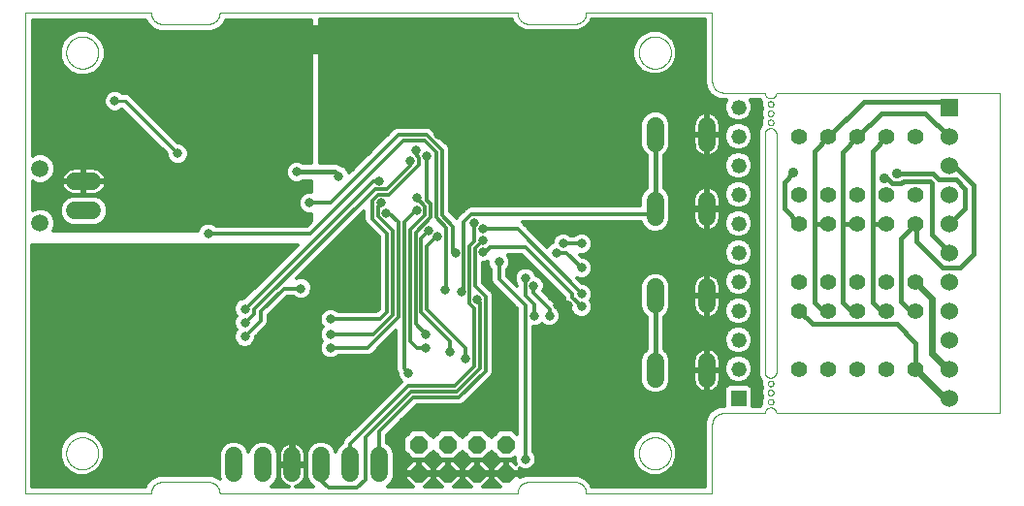
<source format=gbl>
G75*
%MOIN*%
%OFA0B0*%
%FSLAX25Y25*%
%IPPOS*%
%LPD*%
%AMOC8*
5,1,8,0,0,1.08239X$1,22.5*
%
%ADD10C,0.00000*%
%ADD11C,0.00394*%
%ADD12C,0.05543*%
%ADD13C,0.06000*%
%ADD14R,0.06000X0.06000*%
%ADD15R,0.05200X0.05200*%
%ADD16C,0.05200*%
%ADD17C,0.05937*%
%ADD18C,0.06000*%
%ADD19OC8,0.06000*%
%ADD20C,0.03169*%
%ADD21C,0.01000*%
%ADD22C,0.01600*%
%ADD23C,0.01200*%
%ADD24C,0.10000*%
%ADD25C,0.03562*%
%ADD26C,0.02400*%
%ADD27C,0.05906*%
D10*
X0048494Y0021469D02*
X0048496Y0021617D01*
X0048502Y0021765D01*
X0048512Y0021913D01*
X0048526Y0022060D01*
X0048544Y0022207D01*
X0048565Y0022353D01*
X0048591Y0022499D01*
X0048621Y0022644D01*
X0048654Y0022788D01*
X0048692Y0022931D01*
X0048733Y0023073D01*
X0048778Y0023214D01*
X0048826Y0023354D01*
X0048879Y0023493D01*
X0048935Y0023630D01*
X0048995Y0023765D01*
X0049058Y0023899D01*
X0049125Y0024031D01*
X0049196Y0024161D01*
X0049270Y0024289D01*
X0049347Y0024415D01*
X0049428Y0024539D01*
X0049512Y0024661D01*
X0049599Y0024780D01*
X0049690Y0024897D01*
X0049784Y0025012D01*
X0049880Y0025124D01*
X0049980Y0025234D01*
X0050082Y0025340D01*
X0050188Y0025444D01*
X0050296Y0025545D01*
X0050407Y0025643D01*
X0050520Y0025739D01*
X0050636Y0025831D01*
X0050754Y0025920D01*
X0050875Y0026005D01*
X0050998Y0026088D01*
X0051123Y0026167D01*
X0051250Y0026243D01*
X0051379Y0026315D01*
X0051510Y0026384D01*
X0051643Y0026449D01*
X0051778Y0026510D01*
X0051914Y0026568D01*
X0052051Y0026623D01*
X0052190Y0026673D01*
X0052331Y0026720D01*
X0052472Y0026763D01*
X0052615Y0026803D01*
X0052759Y0026838D01*
X0052903Y0026870D01*
X0053049Y0026897D01*
X0053195Y0026921D01*
X0053342Y0026941D01*
X0053489Y0026957D01*
X0053636Y0026969D01*
X0053784Y0026977D01*
X0053932Y0026981D01*
X0054080Y0026981D01*
X0054228Y0026977D01*
X0054376Y0026969D01*
X0054523Y0026957D01*
X0054670Y0026941D01*
X0054817Y0026921D01*
X0054963Y0026897D01*
X0055109Y0026870D01*
X0055253Y0026838D01*
X0055397Y0026803D01*
X0055540Y0026763D01*
X0055681Y0026720D01*
X0055822Y0026673D01*
X0055961Y0026623D01*
X0056098Y0026568D01*
X0056234Y0026510D01*
X0056369Y0026449D01*
X0056502Y0026384D01*
X0056633Y0026315D01*
X0056762Y0026243D01*
X0056889Y0026167D01*
X0057014Y0026088D01*
X0057137Y0026005D01*
X0057258Y0025920D01*
X0057376Y0025831D01*
X0057492Y0025739D01*
X0057605Y0025643D01*
X0057716Y0025545D01*
X0057824Y0025444D01*
X0057930Y0025340D01*
X0058032Y0025234D01*
X0058132Y0025124D01*
X0058228Y0025012D01*
X0058322Y0024897D01*
X0058413Y0024780D01*
X0058500Y0024661D01*
X0058584Y0024539D01*
X0058665Y0024415D01*
X0058742Y0024289D01*
X0058816Y0024161D01*
X0058887Y0024031D01*
X0058954Y0023899D01*
X0059017Y0023765D01*
X0059077Y0023630D01*
X0059133Y0023493D01*
X0059186Y0023354D01*
X0059234Y0023214D01*
X0059279Y0023073D01*
X0059320Y0022931D01*
X0059358Y0022788D01*
X0059391Y0022644D01*
X0059421Y0022499D01*
X0059447Y0022353D01*
X0059468Y0022207D01*
X0059486Y0022060D01*
X0059500Y0021913D01*
X0059510Y0021765D01*
X0059516Y0021617D01*
X0059518Y0021469D01*
X0059516Y0021321D01*
X0059510Y0021173D01*
X0059500Y0021025D01*
X0059486Y0020878D01*
X0059468Y0020731D01*
X0059447Y0020585D01*
X0059421Y0020439D01*
X0059391Y0020294D01*
X0059358Y0020150D01*
X0059320Y0020007D01*
X0059279Y0019865D01*
X0059234Y0019724D01*
X0059186Y0019584D01*
X0059133Y0019445D01*
X0059077Y0019308D01*
X0059017Y0019173D01*
X0058954Y0019039D01*
X0058887Y0018907D01*
X0058816Y0018777D01*
X0058742Y0018649D01*
X0058665Y0018523D01*
X0058584Y0018399D01*
X0058500Y0018277D01*
X0058413Y0018158D01*
X0058322Y0018041D01*
X0058228Y0017926D01*
X0058132Y0017814D01*
X0058032Y0017704D01*
X0057930Y0017598D01*
X0057824Y0017494D01*
X0057716Y0017393D01*
X0057605Y0017295D01*
X0057492Y0017199D01*
X0057376Y0017107D01*
X0057258Y0017018D01*
X0057137Y0016933D01*
X0057014Y0016850D01*
X0056889Y0016771D01*
X0056762Y0016695D01*
X0056633Y0016623D01*
X0056502Y0016554D01*
X0056369Y0016489D01*
X0056234Y0016428D01*
X0056098Y0016370D01*
X0055961Y0016315D01*
X0055822Y0016265D01*
X0055681Y0016218D01*
X0055540Y0016175D01*
X0055397Y0016135D01*
X0055253Y0016100D01*
X0055109Y0016068D01*
X0054963Y0016041D01*
X0054817Y0016017D01*
X0054670Y0015997D01*
X0054523Y0015981D01*
X0054376Y0015969D01*
X0054228Y0015961D01*
X0054080Y0015957D01*
X0053932Y0015957D01*
X0053784Y0015961D01*
X0053636Y0015969D01*
X0053489Y0015981D01*
X0053342Y0015997D01*
X0053195Y0016017D01*
X0053049Y0016041D01*
X0052903Y0016068D01*
X0052759Y0016100D01*
X0052615Y0016135D01*
X0052472Y0016175D01*
X0052331Y0016218D01*
X0052190Y0016265D01*
X0052051Y0016315D01*
X0051914Y0016370D01*
X0051778Y0016428D01*
X0051643Y0016489D01*
X0051510Y0016554D01*
X0051379Y0016623D01*
X0051250Y0016695D01*
X0051123Y0016771D01*
X0050998Y0016850D01*
X0050875Y0016933D01*
X0050754Y0017018D01*
X0050636Y0017107D01*
X0050520Y0017199D01*
X0050407Y0017295D01*
X0050296Y0017393D01*
X0050188Y0017494D01*
X0050082Y0017598D01*
X0049980Y0017704D01*
X0049880Y0017814D01*
X0049784Y0017926D01*
X0049690Y0018041D01*
X0049599Y0018158D01*
X0049512Y0018277D01*
X0049428Y0018399D01*
X0049347Y0018523D01*
X0049270Y0018649D01*
X0049196Y0018777D01*
X0049125Y0018907D01*
X0049058Y0019039D01*
X0048995Y0019173D01*
X0048935Y0019308D01*
X0048879Y0019445D01*
X0048826Y0019584D01*
X0048778Y0019724D01*
X0048733Y0019865D01*
X0048692Y0020007D01*
X0048654Y0020150D01*
X0048621Y0020294D01*
X0048591Y0020439D01*
X0048565Y0020585D01*
X0048544Y0020731D01*
X0048526Y0020878D01*
X0048512Y0021025D01*
X0048502Y0021173D01*
X0048496Y0021321D01*
X0048494Y0021469D01*
X0245344Y0021469D02*
X0245346Y0021617D01*
X0245352Y0021765D01*
X0245362Y0021913D01*
X0245376Y0022060D01*
X0245394Y0022207D01*
X0245415Y0022353D01*
X0245441Y0022499D01*
X0245471Y0022644D01*
X0245504Y0022788D01*
X0245542Y0022931D01*
X0245583Y0023073D01*
X0245628Y0023214D01*
X0245676Y0023354D01*
X0245729Y0023493D01*
X0245785Y0023630D01*
X0245845Y0023765D01*
X0245908Y0023899D01*
X0245975Y0024031D01*
X0246046Y0024161D01*
X0246120Y0024289D01*
X0246197Y0024415D01*
X0246278Y0024539D01*
X0246362Y0024661D01*
X0246449Y0024780D01*
X0246540Y0024897D01*
X0246634Y0025012D01*
X0246730Y0025124D01*
X0246830Y0025234D01*
X0246932Y0025340D01*
X0247038Y0025444D01*
X0247146Y0025545D01*
X0247257Y0025643D01*
X0247370Y0025739D01*
X0247486Y0025831D01*
X0247604Y0025920D01*
X0247725Y0026005D01*
X0247848Y0026088D01*
X0247973Y0026167D01*
X0248100Y0026243D01*
X0248229Y0026315D01*
X0248360Y0026384D01*
X0248493Y0026449D01*
X0248628Y0026510D01*
X0248764Y0026568D01*
X0248901Y0026623D01*
X0249040Y0026673D01*
X0249181Y0026720D01*
X0249322Y0026763D01*
X0249465Y0026803D01*
X0249609Y0026838D01*
X0249753Y0026870D01*
X0249899Y0026897D01*
X0250045Y0026921D01*
X0250192Y0026941D01*
X0250339Y0026957D01*
X0250486Y0026969D01*
X0250634Y0026977D01*
X0250782Y0026981D01*
X0250930Y0026981D01*
X0251078Y0026977D01*
X0251226Y0026969D01*
X0251373Y0026957D01*
X0251520Y0026941D01*
X0251667Y0026921D01*
X0251813Y0026897D01*
X0251959Y0026870D01*
X0252103Y0026838D01*
X0252247Y0026803D01*
X0252390Y0026763D01*
X0252531Y0026720D01*
X0252672Y0026673D01*
X0252811Y0026623D01*
X0252948Y0026568D01*
X0253084Y0026510D01*
X0253219Y0026449D01*
X0253352Y0026384D01*
X0253483Y0026315D01*
X0253612Y0026243D01*
X0253739Y0026167D01*
X0253864Y0026088D01*
X0253987Y0026005D01*
X0254108Y0025920D01*
X0254226Y0025831D01*
X0254342Y0025739D01*
X0254455Y0025643D01*
X0254566Y0025545D01*
X0254674Y0025444D01*
X0254780Y0025340D01*
X0254882Y0025234D01*
X0254982Y0025124D01*
X0255078Y0025012D01*
X0255172Y0024897D01*
X0255263Y0024780D01*
X0255350Y0024661D01*
X0255434Y0024539D01*
X0255515Y0024415D01*
X0255592Y0024289D01*
X0255666Y0024161D01*
X0255737Y0024031D01*
X0255804Y0023899D01*
X0255867Y0023765D01*
X0255927Y0023630D01*
X0255983Y0023493D01*
X0256036Y0023354D01*
X0256084Y0023214D01*
X0256129Y0023073D01*
X0256170Y0022931D01*
X0256208Y0022788D01*
X0256241Y0022644D01*
X0256271Y0022499D01*
X0256297Y0022353D01*
X0256318Y0022207D01*
X0256336Y0022060D01*
X0256350Y0021913D01*
X0256360Y0021765D01*
X0256366Y0021617D01*
X0256368Y0021469D01*
X0256366Y0021321D01*
X0256360Y0021173D01*
X0256350Y0021025D01*
X0256336Y0020878D01*
X0256318Y0020731D01*
X0256297Y0020585D01*
X0256271Y0020439D01*
X0256241Y0020294D01*
X0256208Y0020150D01*
X0256170Y0020007D01*
X0256129Y0019865D01*
X0256084Y0019724D01*
X0256036Y0019584D01*
X0255983Y0019445D01*
X0255927Y0019308D01*
X0255867Y0019173D01*
X0255804Y0019039D01*
X0255737Y0018907D01*
X0255666Y0018777D01*
X0255592Y0018649D01*
X0255515Y0018523D01*
X0255434Y0018399D01*
X0255350Y0018277D01*
X0255263Y0018158D01*
X0255172Y0018041D01*
X0255078Y0017926D01*
X0254982Y0017814D01*
X0254882Y0017704D01*
X0254780Y0017598D01*
X0254674Y0017494D01*
X0254566Y0017393D01*
X0254455Y0017295D01*
X0254342Y0017199D01*
X0254226Y0017107D01*
X0254108Y0017018D01*
X0253987Y0016933D01*
X0253864Y0016850D01*
X0253739Y0016771D01*
X0253612Y0016695D01*
X0253483Y0016623D01*
X0253352Y0016554D01*
X0253219Y0016489D01*
X0253084Y0016428D01*
X0252948Y0016370D01*
X0252811Y0016315D01*
X0252672Y0016265D01*
X0252531Y0016218D01*
X0252390Y0016175D01*
X0252247Y0016135D01*
X0252103Y0016100D01*
X0251959Y0016068D01*
X0251813Y0016041D01*
X0251667Y0016017D01*
X0251520Y0015997D01*
X0251373Y0015981D01*
X0251226Y0015969D01*
X0251078Y0015961D01*
X0250930Y0015957D01*
X0250782Y0015957D01*
X0250634Y0015961D01*
X0250486Y0015969D01*
X0250339Y0015981D01*
X0250192Y0015997D01*
X0250045Y0016017D01*
X0249899Y0016041D01*
X0249753Y0016068D01*
X0249609Y0016100D01*
X0249465Y0016135D01*
X0249322Y0016175D01*
X0249181Y0016218D01*
X0249040Y0016265D01*
X0248901Y0016315D01*
X0248764Y0016370D01*
X0248628Y0016428D01*
X0248493Y0016489D01*
X0248360Y0016554D01*
X0248229Y0016623D01*
X0248100Y0016695D01*
X0247973Y0016771D01*
X0247848Y0016850D01*
X0247725Y0016933D01*
X0247604Y0017018D01*
X0247486Y0017107D01*
X0247370Y0017199D01*
X0247257Y0017295D01*
X0247146Y0017393D01*
X0247038Y0017494D01*
X0246932Y0017598D01*
X0246830Y0017704D01*
X0246730Y0017814D01*
X0246634Y0017926D01*
X0246540Y0018041D01*
X0246449Y0018158D01*
X0246362Y0018277D01*
X0246278Y0018399D01*
X0246197Y0018523D01*
X0246120Y0018649D01*
X0246046Y0018777D01*
X0245975Y0018907D01*
X0245908Y0019039D01*
X0245845Y0019173D01*
X0245785Y0019308D01*
X0245729Y0019445D01*
X0245676Y0019584D01*
X0245628Y0019724D01*
X0245583Y0019865D01*
X0245542Y0020007D01*
X0245504Y0020150D01*
X0245471Y0020294D01*
X0245441Y0020439D01*
X0245415Y0020585D01*
X0245394Y0020731D01*
X0245376Y0020878D01*
X0245362Y0021025D01*
X0245352Y0021173D01*
X0245346Y0021321D01*
X0245344Y0021469D01*
X0289636Y0039185D02*
X0289638Y0039247D01*
X0289644Y0039310D01*
X0289654Y0039371D01*
X0289668Y0039432D01*
X0289685Y0039492D01*
X0289706Y0039551D01*
X0289732Y0039608D01*
X0289760Y0039663D01*
X0289792Y0039717D01*
X0289828Y0039768D01*
X0289866Y0039818D01*
X0289908Y0039864D01*
X0289952Y0039908D01*
X0290000Y0039949D01*
X0290049Y0039987D01*
X0290101Y0040021D01*
X0290155Y0040052D01*
X0290211Y0040080D01*
X0290269Y0040104D01*
X0290328Y0040125D01*
X0290388Y0040141D01*
X0290449Y0040154D01*
X0290511Y0040163D01*
X0290573Y0040168D01*
X0290636Y0040169D01*
X0290698Y0040166D01*
X0290760Y0040159D01*
X0290822Y0040148D01*
X0290882Y0040133D01*
X0290942Y0040115D01*
X0291000Y0040093D01*
X0291057Y0040067D01*
X0291112Y0040037D01*
X0291165Y0040004D01*
X0291216Y0039968D01*
X0291264Y0039929D01*
X0291310Y0039886D01*
X0291353Y0039841D01*
X0291393Y0039793D01*
X0291430Y0039743D01*
X0291464Y0039690D01*
X0291495Y0039636D01*
X0291521Y0039580D01*
X0291545Y0039522D01*
X0291564Y0039462D01*
X0291580Y0039402D01*
X0291592Y0039340D01*
X0291600Y0039279D01*
X0291604Y0039216D01*
X0291604Y0039154D01*
X0291600Y0039091D01*
X0291592Y0039030D01*
X0291580Y0038968D01*
X0291564Y0038908D01*
X0291545Y0038848D01*
X0291521Y0038790D01*
X0291495Y0038734D01*
X0291464Y0038680D01*
X0291430Y0038627D01*
X0291393Y0038577D01*
X0291353Y0038529D01*
X0291310Y0038484D01*
X0291264Y0038441D01*
X0291216Y0038402D01*
X0291165Y0038366D01*
X0291112Y0038333D01*
X0291057Y0038303D01*
X0291000Y0038277D01*
X0290942Y0038255D01*
X0290882Y0038237D01*
X0290822Y0038222D01*
X0290760Y0038211D01*
X0290698Y0038204D01*
X0290636Y0038201D01*
X0290573Y0038202D01*
X0290511Y0038207D01*
X0290449Y0038216D01*
X0290388Y0038229D01*
X0290328Y0038245D01*
X0290269Y0038266D01*
X0290211Y0038290D01*
X0290155Y0038318D01*
X0290101Y0038349D01*
X0290049Y0038383D01*
X0290000Y0038421D01*
X0289952Y0038462D01*
X0289908Y0038506D01*
X0289866Y0038552D01*
X0289828Y0038602D01*
X0289792Y0038653D01*
X0289760Y0038707D01*
X0289732Y0038762D01*
X0289706Y0038819D01*
X0289685Y0038878D01*
X0289668Y0038938D01*
X0289654Y0038999D01*
X0289644Y0039060D01*
X0289638Y0039123D01*
X0289636Y0039185D01*
X0289636Y0042335D02*
X0289638Y0042397D01*
X0289644Y0042460D01*
X0289654Y0042521D01*
X0289668Y0042582D01*
X0289685Y0042642D01*
X0289706Y0042701D01*
X0289732Y0042758D01*
X0289760Y0042813D01*
X0289792Y0042867D01*
X0289828Y0042918D01*
X0289866Y0042968D01*
X0289908Y0043014D01*
X0289952Y0043058D01*
X0290000Y0043099D01*
X0290049Y0043137D01*
X0290101Y0043171D01*
X0290155Y0043202D01*
X0290211Y0043230D01*
X0290269Y0043254D01*
X0290328Y0043275D01*
X0290388Y0043291D01*
X0290449Y0043304D01*
X0290511Y0043313D01*
X0290573Y0043318D01*
X0290636Y0043319D01*
X0290698Y0043316D01*
X0290760Y0043309D01*
X0290822Y0043298D01*
X0290882Y0043283D01*
X0290942Y0043265D01*
X0291000Y0043243D01*
X0291057Y0043217D01*
X0291112Y0043187D01*
X0291165Y0043154D01*
X0291216Y0043118D01*
X0291264Y0043079D01*
X0291310Y0043036D01*
X0291353Y0042991D01*
X0291393Y0042943D01*
X0291430Y0042893D01*
X0291464Y0042840D01*
X0291495Y0042786D01*
X0291521Y0042730D01*
X0291545Y0042672D01*
X0291564Y0042612D01*
X0291580Y0042552D01*
X0291592Y0042490D01*
X0291600Y0042429D01*
X0291604Y0042366D01*
X0291604Y0042304D01*
X0291600Y0042241D01*
X0291592Y0042180D01*
X0291580Y0042118D01*
X0291564Y0042058D01*
X0291545Y0041998D01*
X0291521Y0041940D01*
X0291495Y0041884D01*
X0291464Y0041830D01*
X0291430Y0041777D01*
X0291393Y0041727D01*
X0291353Y0041679D01*
X0291310Y0041634D01*
X0291264Y0041591D01*
X0291216Y0041552D01*
X0291165Y0041516D01*
X0291112Y0041483D01*
X0291057Y0041453D01*
X0291000Y0041427D01*
X0290942Y0041405D01*
X0290882Y0041387D01*
X0290822Y0041372D01*
X0290760Y0041361D01*
X0290698Y0041354D01*
X0290636Y0041351D01*
X0290573Y0041352D01*
X0290511Y0041357D01*
X0290449Y0041366D01*
X0290388Y0041379D01*
X0290328Y0041395D01*
X0290269Y0041416D01*
X0290211Y0041440D01*
X0290155Y0041468D01*
X0290101Y0041499D01*
X0290049Y0041533D01*
X0290000Y0041571D01*
X0289952Y0041612D01*
X0289908Y0041656D01*
X0289866Y0041702D01*
X0289828Y0041752D01*
X0289792Y0041803D01*
X0289760Y0041857D01*
X0289732Y0041912D01*
X0289706Y0041969D01*
X0289685Y0042028D01*
X0289668Y0042088D01*
X0289654Y0042149D01*
X0289644Y0042210D01*
X0289638Y0042273D01*
X0289636Y0042335D01*
X0289636Y0045484D02*
X0289638Y0045546D01*
X0289644Y0045609D01*
X0289654Y0045670D01*
X0289668Y0045731D01*
X0289685Y0045791D01*
X0289706Y0045850D01*
X0289732Y0045907D01*
X0289760Y0045962D01*
X0289792Y0046016D01*
X0289828Y0046067D01*
X0289866Y0046117D01*
X0289908Y0046163D01*
X0289952Y0046207D01*
X0290000Y0046248D01*
X0290049Y0046286D01*
X0290101Y0046320D01*
X0290155Y0046351D01*
X0290211Y0046379D01*
X0290269Y0046403D01*
X0290328Y0046424D01*
X0290388Y0046440D01*
X0290449Y0046453D01*
X0290511Y0046462D01*
X0290573Y0046467D01*
X0290636Y0046468D01*
X0290698Y0046465D01*
X0290760Y0046458D01*
X0290822Y0046447D01*
X0290882Y0046432D01*
X0290942Y0046414D01*
X0291000Y0046392D01*
X0291057Y0046366D01*
X0291112Y0046336D01*
X0291165Y0046303D01*
X0291216Y0046267D01*
X0291264Y0046228D01*
X0291310Y0046185D01*
X0291353Y0046140D01*
X0291393Y0046092D01*
X0291430Y0046042D01*
X0291464Y0045989D01*
X0291495Y0045935D01*
X0291521Y0045879D01*
X0291545Y0045821D01*
X0291564Y0045761D01*
X0291580Y0045701D01*
X0291592Y0045639D01*
X0291600Y0045578D01*
X0291604Y0045515D01*
X0291604Y0045453D01*
X0291600Y0045390D01*
X0291592Y0045329D01*
X0291580Y0045267D01*
X0291564Y0045207D01*
X0291545Y0045147D01*
X0291521Y0045089D01*
X0291495Y0045033D01*
X0291464Y0044979D01*
X0291430Y0044926D01*
X0291393Y0044876D01*
X0291353Y0044828D01*
X0291310Y0044783D01*
X0291264Y0044740D01*
X0291216Y0044701D01*
X0291165Y0044665D01*
X0291112Y0044632D01*
X0291057Y0044602D01*
X0291000Y0044576D01*
X0290942Y0044554D01*
X0290882Y0044536D01*
X0290822Y0044521D01*
X0290760Y0044510D01*
X0290698Y0044503D01*
X0290636Y0044500D01*
X0290573Y0044501D01*
X0290511Y0044506D01*
X0290449Y0044515D01*
X0290388Y0044528D01*
X0290328Y0044544D01*
X0290269Y0044565D01*
X0290211Y0044589D01*
X0290155Y0044617D01*
X0290101Y0044648D01*
X0290049Y0044682D01*
X0290000Y0044720D01*
X0289952Y0044761D01*
X0289908Y0044805D01*
X0289866Y0044851D01*
X0289828Y0044901D01*
X0289792Y0044952D01*
X0289760Y0045006D01*
X0289732Y0045061D01*
X0289706Y0045118D01*
X0289685Y0045177D01*
X0289668Y0045237D01*
X0289654Y0045298D01*
X0289644Y0045359D01*
X0289638Y0045422D01*
X0289636Y0045484D01*
X0289636Y0135248D02*
X0289638Y0135310D01*
X0289644Y0135373D01*
X0289654Y0135434D01*
X0289668Y0135495D01*
X0289685Y0135555D01*
X0289706Y0135614D01*
X0289732Y0135671D01*
X0289760Y0135726D01*
X0289792Y0135780D01*
X0289828Y0135831D01*
X0289866Y0135881D01*
X0289908Y0135927D01*
X0289952Y0135971D01*
X0290000Y0136012D01*
X0290049Y0136050D01*
X0290101Y0136084D01*
X0290155Y0136115D01*
X0290211Y0136143D01*
X0290269Y0136167D01*
X0290328Y0136188D01*
X0290388Y0136204D01*
X0290449Y0136217D01*
X0290511Y0136226D01*
X0290573Y0136231D01*
X0290636Y0136232D01*
X0290698Y0136229D01*
X0290760Y0136222D01*
X0290822Y0136211D01*
X0290882Y0136196D01*
X0290942Y0136178D01*
X0291000Y0136156D01*
X0291057Y0136130D01*
X0291112Y0136100D01*
X0291165Y0136067D01*
X0291216Y0136031D01*
X0291264Y0135992D01*
X0291310Y0135949D01*
X0291353Y0135904D01*
X0291393Y0135856D01*
X0291430Y0135806D01*
X0291464Y0135753D01*
X0291495Y0135699D01*
X0291521Y0135643D01*
X0291545Y0135585D01*
X0291564Y0135525D01*
X0291580Y0135465D01*
X0291592Y0135403D01*
X0291600Y0135342D01*
X0291604Y0135279D01*
X0291604Y0135217D01*
X0291600Y0135154D01*
X0291592Y0135093D01*
X0291580Y0135031D01*
X0291564Y0134971D01*
X0291545Y0134911D01*
X0291521Y0134853D01*
X0291495Y0134797D01*
X0291464Y0134743D01*
X0291430Y0134690D01*
X0291393Y0134640D01*
X0291353Y0134592D01*
X0291310Y0134547D01*
X0291264Y0134504D01*
X0291216Y0134465D01*
X0291165Y0134429D01*
X0291112Y0134396D01*
X0291057Y0134366D01*
X0291000Y0134340D01*
X0290942Y0134318D01*
X0290882Y0134300D01*
X0290822Y0134285D01*
X0290760Y0134274D01*
X0290698Y0134267D01*
X0290636Y0134264D01*
X0290573Y0134265D01*
X0290511Y0134270D01*
X0290449Y0134279D01*
X0290388Y0134292D01*
X0290328Y0134308D01*
X0290269Y0134329D01*
X0290211Y0134353D01*
X0290155Y0134381D01*
X0290101Y0134412D01*
X0290049Y0134446D01*
X0290000Y0134484D01*
X0289952Y0134525D01*
X0289908Y0134569D01*
X0289866Y0134615D01*
X0289828Y0134665D01*
X0289792Y0134716D01*
X0289760Y0134770D01*
X0289732Y0134825D01*
X0289706Y0134882D01*
X0289685Y0134941D01*
X0289668Y0135001D01*
X0289654Y0135062D01*
X0289644Y0135123D01*
X0289638Y0135186D01*
X0289636Y0135248D01*
X0289636Y0138398D02*
X0289638Y0138460D01*
X0289644Y0138523D01*
X0289654Y0138584D01*
X0289668Y0138645D01*
X0289685Y0138705D01*
X0289706Y0138764D01*
X0289732Y0138821D01*
X0289760Y0138876D01*
X0289792Y0138930D01*
X0289828Y0138981D01*
X0289866Y0139031D01*
X0289908Y0139077D01*
X0289952Y0139121D01*
X0290000Y0139162D01*
X0290049Y0139200D01*
X0290101Y0139234D01*
X0290155Y0139265D01*
X0290211Y0139293D01*
X0290269Y0139317D01*
X0290328Y0139338D01*
X0290388Y0139354D01*
X0290449Y0139367D01*
X0290511Y0139376D01*
X0290573Y0139381D01*
X0290636Y0139382D01*
X0290698Y0139379D01*
X0290760Y0139372D01*
X0290822Y0139361D01*
X0290882Y0139346D01*
X0290942Y0139328D01*
X0291000Y0139306D01*
X0291057Y0139280D01*
X0291112Y0139250D01*
X0291165Y0139217D01*
X0291216Y0139181D01*
X0291264Y0139142D01*
X0291310Y0139099D01*
X0291353Y0139054D01*
X0291393Y0139006D01*
X0291430Y0138956D01*
X0291464Y0138903D01*
X0291495Y0138849D01*
X0291521Y0138793D01*
X0291545Y0138735D01*
X0291564Y0138675D01*
X0291580Y0138615D01*
X0291592Y0138553D01*
X0291600Y0138492D01*
X0291604Y0138429D01*
X0291604Y0138367D01*
X0291600Y0138304D01*
X0291592Y0138243D01*
X0291580Y0138181D01*
X0291564Y0138121D01*
X0291545Y0138061D01*
X0291521Y0138003D01*
X0291495Y0137947D01*
X0291464Y0137893D01*
X0291430Y0137840D01*
X0291393Y0137790D01*
X0291353Y0137742D01*
X0291310Y0137697D01*
X0291264Y0137654D01*
X0291216Y0137615D01*
X0291165Y0137579D01*
X0291112Y0137546D01*
X0291057Y0137516D01*
X0291000Y0137490D01*
X0290942Y0137468D01*
X0290882Y0137450D01*
X0290822Y0137435D01*
X0290760Y0137424D01*
X0290698Y0137417D01*
X0290636Y0137414D01*
X0290573Y0137415D01*
X0290511Y0137420D01*
X0290449Y0137429D01*
X0290388Y0137442D01*
X0290328Y0137458D01*
X0290269Y0137479D01*
X0290211Y0137503D01*
X0290155Y0137531D01*
X0290101Y0137562D01*
X0290049Y0137596D01*
X0290000Y0137634D01*
X0289952Y0137675D01*
X0289908Y0137719D01*
X0289866Y0137765D01*
X0289828Y0137815D01*
X0289792Y0137866D01*
X0289760Y0137920D01*
X0289732Y0137975D01*
X0289706Y0138032D01*
X0289685Y0138091D01*
X0289668Y0138151D01*
X0289654Y0138212D01*
X0289644Y0138273D01*
X0289638Y0138336D01*
X0289636Y0138398D01*
X0289636Y0141547D02*
X0289638Y0141609D01*
X0289644Y0141672D01*
X0289654Y0141733D01*
X0289668Y0141794D01*
X0289685Y0141854D01*
X0289706Y0141913D01*
X0289732Y0141970D01*
X0289760Y0142025D01*
X0289792Y0142079D01*
X0289828Y0142130D01*
X0289866Y0142180D01*
X0289908Y0142226D01*
X0289952Y0142270D01*
X0290000Y0142311D01*
X0290049Y0142349D01*
X0290101Y0142383D01*
X0290155Y0142414D01*
X0290211Y0142442D01*
X0290269Y0142466D01*
X0290328Y0142487D01*
X0290388Y0142503D01*
X0290449Y0142516D01*
X0290511Y0142525D01*
X0290573Y0142530D01*
X0290636Y0142531D01*
X0290698Y0142528D01*
X0290760Y0142521D01*
X0290822Y0142510D01*
X0290882Y0142495D01*
X0290942Y0142477D01*
X0291000Y0142455D01*
X0291057Y0142429D01*
X0291112Y0142399D01*
X0291165Y0142366D01*
X0291216Y0142330D01*
X0291264Y0142291D01*
X0291310Y0142248D01*
X0291353Y0142203D01*
X0291393Y0142155D01*
X0291430Y0142105D01*
X0291464Y0142052D01*
X0291495Y0141998D01*
X0291521Y0141942D01*
X0291545Y0141884D01*
X0291564Y0141824D01*
X0291580Y0141764D01*
X0291592Y0141702D01*
X0291600Y0141641D01*
X0291604Y0141578D01*
X0291604Y0141516D01*
X0291600Y0141453D01*
X0291592Y0141392D01*
X0291580Y0141330D01*
X0291564Y0141270D01*
X0291545Y0141210D01*
X0291521Y0141152D01*
X0291495Y0141096D01*
X0291464Y0141042D01*
X0291430Y0140989D01*
X0291393Y0140939D01*
X0291353Y0140891D01*
X0291310Y0140846D01*
X0291264Y0140803D01*
X0291216Y0140764D01*
X0291165Y0140728D01*
X0291112Y0140695D01*
X0291057Y0140665D01*
X0291000Y0140639D01*
X0290942Y0140617D01*
X0290882Y0140599D01*
X0290822Y0140584D01*
X0290760Y0140573D01*
X0290698Y0140566D01*
X0290636Y0140563D01*
X0290573Y0140564D01*
X0290511Y0140569D01*
X0290449Y0140578D01*
X0290388Y0140591D01*
X0290328Y0140607D01*
X0290269Y0140628D01*
X0290211Y0140652D01*
X0290155Y0140680D01*
X0290101Y0140711D01*
X0290049Y0140745D01*
X0290000Y0140783D01*
X0289952Y0140824D01*
X0289908Y0140868D01*
X0289866Y0140914D01*
X0289828Y0140964D01*
X0289792Y0141015D01*
X0289760Y0141069D01*
X0289732Y0141124D01*
X0289706Y0141181D01*
X0289685Y0141240D01*
X0289668Y0141300D01*
X0289654Y0141361D01*
X0289644Y0141422D01*
X0289638Y0141485D01*
X0289636Y0141547D01*
X0245344Y0159264D02*
X0245346Y0159412D01*
X0245352Y0159560D01*
X0245362Y0159708D01*
X0245376Y0159855D01*
X0245394Y0160002D01*
X0245415Y0160148D01*
X0245441Y0160294D01*
X0245471Y0160439D01*
X0245504Y0160583D01*
X0245542Y0160726D01*
X0245583Y0160868D01*
X0245628Y0161009D01*
X0245676Y0161149D01*
X0245729Y0161288D01*
X0245785Y0161425D01*
X0245845Y0161560D01*
X0245908Y0161694D01*
X0245975Y0161826D01*
X0246046Y0161956D01*
X0246120Y0162084D01*
X0246197Y0162210D01*
X0246278Y0162334D01*
X0246362Y0162456D01*
X0246449Y0162575D01*
X0246540Y0162692D01*
X0246634Y0162807D01*
X0246730Y0162919D01*
X0246830Y0163029D01*
X0246932Y0163135D01*
X0247038Y0163239D01*
X0247146Y0163340D01*
X0247257Y0163438D01*
X0247370Y0163534D01*
X0247486Y0163626D01*
X0247604Y0163715D01*
X0247725Y0163800D01*
X0247848Y0163883D01*
X0247973Y0163962D01*
X0248100Y0164038D01*
X0248229Y0164110D01*
X0248360Y0164179D01*
X0248493Y0164244D01*
X0248628Y0164305D01*
X0248764Y0164363D01*
X0248901Y0164418D01*
X0249040Y0164468D01*
X0249181Y0164515D01*
X0249322Y0164558D01*
X0249465Y0164598D01*
X0249609Y0164633D01*
X0249753Y0164665D01*
X0249899Y0164692D01*
X0250045Y0164716D01*
X0250192Y0164736D01*
X0250339Y0164752D01*
X0250486Y0164764D01*
X0250634Y0164772D01*
X0250782Y0164776D01*
X0250930Y0164776D01*
X0251078Y0164772D01*
X0251226Y0164764D01*
X0251373Y0164752D01*
X0251520Y0164736D01*
X0251667Y0164716D01*
X0251813Y0164692D01*
X0251959Y0164665D01*
X0252103Y0164633D01*
X0252247Y0164598D01*
X0252390Y0164558D01*
X0252531Y0164515D01*
X0252672Y0164468D01*
X0252811Y0164418D01*
X0252948Y0164363D01*
X0253084Y0164305D01*
X0253219Y0164244D01*
X0253352Y0164179D01*
X0253483Y0164110D01*
X0253612Y0164038D01*
X0253739Y0163962D01*
X0253864Y0163883D01*
X0253987Y0163800D01*
X0254108Y0163715D01*
X0254226Y0163626D01*
X0254342Y0163534D01*
X0254455Y0163438D01*
X0254566Y0163340D01*
X0254674Y0163239D01*
X0254780Y0163135D01*
X0254882Y0163029D01*
X0254982Y0162919D01*
X0255078Y0162807D01*
X0255172Y0162692D01*
X0255263Y0162575D01*
X0255350Y0162456D01*
X0255434Y0162334D01*
X0255515Y0162210D01*
X0255592Y0162084D01*
X0255666Y0161956D01*
X0255737Y0161826D01*
X0255804Y0161694D01*
X0255867Y0161560D01*
X0255927Y0161425D01*
X0255983Y0161288D01*
X0256036Y0161149D01*
X0256084Y0161009D01*
X0256129Y0160868D01*
X0256170Y0160726D01*
X0256208Y0160583D01*
X0256241Y0160439D01*
X0256271Y0160294D01*
X0256297Y0160148D01*
X0256318Y0160002D01*
X0256336Y0159855D01*
X0256350Y0159708D01*
X0256360Y0159560D01*
X0256366Y0159412D01*
X0256368Y0159264D01*
X0256366Y0159116D01*
X0256360Y0158968D01*
X0256350Y0158820D01*
X0256336Y0158673D01*
X0256318Y0158526D01*
X0256297Y0158380D01*
X0256271Y0158234D01*
X0256241Y0158089D01*
X0256208Y0157945D01*
X0256170Y0157802D01*
X0256129Y0157660D01*
X0256084Y0157519D01*
X0256036Y0157379D01*
X0255983Y0157240D01*
X0255927Y0157103D01*
X0255867Y0156968D01*
X0255804Y0156834D01*
X0255737Y0156702D01*
X0255666Y0156572D01*
X0255592Y0156444D01*
X0255515Y0156318D01*
X0255434Y0156194D01*
X0255350Y0156072D01*
X0255263Y0155953D01*
X0255172Y0155836D01*
X0255078Y0155721D01*
X0254982Y0155609D01*
X0254882Y0155499D01*
X0254780Y0155393D01*
X0254674Y0155289D01*
X0254566Y0155188D01*
X0254455Y0155090D01*
X0254342Y0154994D01*
X0254226Y0154902D01*
X0254108Y0154813D01*
X0253987Y0154728D01*
X0253864Y0154645D01*
X0253739Y0154566D01*
X0253612Y0154490D01*
X0253483Y0154418D01*
X0253352Y0154349D01*
X0253219Y0154284D01*
X0253084Y0154223D01*
X0252948Y0154165D01*
X0252811Y0154110D01*
X0252672Y0154060D01*
X0252531Y0154013D01*
X0252390Y0153970D01*
X0252247Y0153930D01*
X0252103Y0153895D01*
X0251959Y0153863D01*
X0251813Y0153836D01*
X0251667Y0153812D01*
X0251520Y0153792D01*
X0251373Y0153776D01*
X0251226Y0153764D01*
X0251078Y0153756D01*
X0250930Y0153752D01*
X0250782Y0153752D01*
X0250634Y0153756D01*
X0250486Y0153764D01*
X0250339Y0153776D01*
X0250192Y0153792D01*
X0250045Y0153812D01*
X0249899Y0153836D01*
X0249753Y0153863D01*
X0249609Y0153895D01*
X0249465Y0153930D01*
X0249322Y0153970D01*
X0249181Y0154013D01*
X0249040Y0154060D01*
X0248901Y0154110D01*
X0248764Y0154165D01*
X0248628Y0154223D01*
X0248493Y0154284D01*
X0248360Y0154349D01*
X0248229Y0154418D01*
X0248100Y0154490D01*
X0247973Y0154566D01*
X0247848Y0154645D01*
X0247725Y0154728D01*
X0247604Y0154813D01*
X0247486Y0154902D01*
X0247370Y0154994D01*
X0247257Y0155090D01*
X0247146Y0155188D01*
X0247038Y0155289D01*
X0246932Y0155393D01*
X0246830Y0155499D01*
X0246730Y0155609D01*
X0246634Y0155721D01*
X0246540Y0155836D01*
X0246449Y0155953D01*
X0246362Y0156072D01*
X0246278Y0156194D01*
X0246197Y0156318D01*
X0246120Y0156444D01*
X0246046Y0156572D01*
X0245975Y0156702D01*
X0245908Y0156834D01*
X0245845Y0156968D01*
X0245785Y0157103D01*
X0245729Y0157240D01*
X0245676Y0157379D01*
X0245628Y0157519D01*
X0245583Y0157660D01*
X0245542Y0157802D01*
X0245504Y0157945D01*
X0245471Y0158089D01*
X0245441Y0158234D01*
X0245415Y0158380D01*
X0245394Y0158526D01*
X0245376Y0158673D01*
X0245362Y0158820D01*
X0245352Y0158968D01*
X0245346Y0159116D01*
X0245344Y0159264D01*
X0048494Y0159264D02*
X0048496Y0159412D01*
X0048502Y0159560D01*
X0048512Y0159708D01*
X0048526Y0159855D01*
X0048544Y0160002D01*
X0048565Y0160148D01*
X0048591Y0160294D01*
X0048621Y0160439D01*
X0048654Y0160583D01*
X0048692Y0160726D01*
X0048733Y0160868D01*
X0048778Y0161009D01*
X0048826Y0161149D01*
X0048879Y0161288D01*
X0048935Y0161425D01*
X0048995Y0161560D01*
X0049058Y0161694D01*
X0049125Y0161826D01*
X0049196Y0161956D01*
X0049270Y0162084D01*
X0049347Y0162210D01*
X0049428Y0162334D01*
X0049512Y0162456D01*
X0049599Y0162575D01*
X0049690Y0162692D01*
X0049784Y0162807D01*
X0049880Y0162919D01*
X0049980Y0163029D01*
X0050082Y0163135D01*
X0050188Y0163239D01*
X0050296Y0163340D01*
X0050407Y0163438D01*
X0050520Y0163534D01*
X0050636Y0163626D01*
X0050754Y0163715D01*
X0050875Y0163800D01*
X0050998Y0163883D01*
X0051123Y0163962D01*
X0051250Y0164038D01*
X0051379Y0164110D01*
X0051510Y0164179D01*
X0051643Y0164244D01*
X0051778Y0164305D01*
X0051914Y0164363D01*
X0052051Y0164418D01*
X0052190Y0164468D01*
X0052331Y0164515D01*
X0052472Y0164558D01*
X0052615Y0164598D01*
X0052759Y0164633D01*
X0052903Y0164665D01*
X0053049Y0164692D01*
X0053195Y0164716D01*
X0053342Y0164736D01*
X0053489Y0164752D01*
X0053636Y0164764D01*
X0053784Y0164772D01*
X0053932Y0164776D01*
X0054080Y0164776D01*
X0054228Y0164772D01*
X0054376Y0164764D01*
X0054523Y0164752D01*
X0054670Y0164736D01*
X0054817Y0164716D01*
X0054963Y0164692D01*
X0055109Y0164665D01*
X0055253Y0164633D01*
X0055397Y0164598D01*
X0055540Y0164558D01*
X0055681Y0164515D01*
X0055822Y0164468D01*
X0055961Y0164418D01*
X0056098Y0164363D01*
X0056234Y0164305D01*
X0056369Y0164244D01*
X0056502Y0164179D01*
X0056633Y0164110D01*
X0056762Y0164038D01*
X0056889Y0163962D01*
X0057014Y0163883D01*
X0057137Y0163800D01*
X0057258Y0163715D01*
X0057376Y0163626D01*
X0057492Y0163534D01*
X0057605Y0163438D01*
X0057716Y0163340D01*
X0057824Y0163239D01*
X0057930Y0163135D01*
X0058032Y0163029D01*
X0058132Y0162919D01*
X0058228Y0162807D01*
X0058322Y0162692D01*
X0058413Y0162575D01*
X0058500Y0162456D01*
X0058584Y0162334D01*
X0058665Y0162210D01*
X0058742Y0162084D01*
X0058816Y0161956D01*
X0058887Y0161826D01*
X0058954Y0161694D01*
X0059017Y0161560D01*
X0059077Y0161425D01*
X0059133Y0161288D01*
X0059186Y0161149D01*
X0059234Y0161009D01*
X0059279Y0160868D01*
X0059320Y0160726D01*
X0059358Y0160583D01*
X0059391Y0160439D01*
X0059421Y0160294D01*
X0059447Y0160148D01*
X0059468Y0160002D01*
X0059486Y0159855D01*
X0059500Y0159708D01*
X0059510Y0159560D01*
X0059516Y0159412D01*
X0059518Y0159264D01*
X0059516Y0159116D01*
X0059510Y0158968D01*
X0059500Y0158820D01*
X0059486Y0158673D01*
X0059468Y0158526D01*
X0059447Y0158380D01*
X0059421Y0158234D01*
X0059391Y0158089D01*
X0059358Y0157945D01*
X0059320Y0157802D01*
X0059279Y0157660D01*
X0059234Y0157519D01*
X0059186Y0157379D01*
X0059133Y0157240D01*
X0059077Y0157103D01*
X0059017Y0156968D01*
X0058954Y0156834D01*
X0058887Y0156702D01*
X0058816Y0156572D01*
X0058742Y0156444D01*
X0058665Y0156318D01*
X0058584Y0156194D01*
X0058500Y0156072D01*
X0058413Y0155953D01*
X0058322Y0155836D01*
X0058228Y0155721D01*
X0058132Y0155609D01*
X0058032Y0155499D01*
X0057930Y0155393D01*
X0057824Y0155289D01*
X0057716Y0155188D01*
X0057605Y0155090D01*
X0057492Y0154994D01*
X0057376Y0154902D01*
X0057258Y0154813D01*
X0057137Y0154728D01*
X0057014Y0154645D01*
X0056889Y0154566D01*
X0056762Y0154490D01*
X0056633Y0154418D01*
X0056502Y0154349D01*
X0056369Y0154284D01*
X0056234Y0154223D01*
X0056098Y0154165D01*
X0055961Y0154110D01*
X0055822Y0154060D01*
X0055681Y0154013D01*
X0055540Y0153970D01*
X0055397Y0153930D01*
X0055253Y0153895D01*
X0055109Y0153863D01*
X0054963Y0153836D01*
X0054817Y0153812D01*
X0054670Y0153792D01*
X0054523Y0153776D01*
X0054376Y0153764D01*
X0054228Y0153756D01*
X0054080Y0153752D01*
X0053932Y0153752D01*
X0053784Y0153756D01*
X0053636Y0153764D01*
X0053489Y0153776D01*
X0053342Y0153792D01*
X0053195Y0153812D01*
X0053049Y0153836D01*
X0052903Y0153863D01*
X0052759Y0153895D01*
X0052615Y0153930D01*
X0052472Y0153970D01*
X0052331Y0154013D01*
X0052190Y0154060D01*
X0052051Y0154110D01*
X0051914Y0154165D01*
X0051778Y0154223D01*
X0051643Y0154284D01*
X0051510Y0154349D01*
X0051379Y0154418D01*
X0051250Y0154490D01*
X0051123Y0154566D01*
X0050998Y0154645D01*
X0050875Y0154728D01*
X0050754Y0154813D01*
X0050636Y0154902D01*
X0050520Y0154994D01*
X0050407Y0155090D01*
X0050296Y0155188D01*
X0050188Y0155289D01*
X0050082Y0155393D01*
X0049980Y0155499D01*
X0049880Y0155609D01*
X0049784Y0155721D01*
X0049690Y0155836D01*
X0049599Y0155953D01*
X0049512Y0156072D01*
X0049428Y0156194D01*
X0049347Y0156318D01*
X0049270Y0156444D01*
X0049196Y0156572D01*
X0049125Y0156702D01*
X0049058Y0156834D01*
X0048995Y0156968D01*
X0048935Y0157103D01*
X0048879Y0157240D01*
X0048826Y0157379D01*
X0048778Y0157519D01*
X0048733Y0157660D01*
X0048692Y0157802D01*
X0048654Y0157945D01*
X0048621Y0158089D01*
X0048591Y0158234D01*
X0048565Y0158380D01*
X0048544Y0158526D01*
X0048526Y0158673D01*
X0048512Y0158820D01*
X0048502Y0158968D01*
X0048496Y0159116D01*
X0048494Y0159264D01*
D11*
X0034321Y0007689D02*
X0077628Y0007689D01*
X0077630Y0007813D01*
X0077636Y0007936D01*
X0077645Y0008060D01*
X0077659Y0008182D01*
X0077676Y0008305D01*
X0077698Y0008427D01*
X0077723Y0008548D01*
X0077752Y0008668D01*
X0077784Y0008787D01*
X0077821Y0008906D01*
X0077861Y0009023D01*
X0077904Y0009138D01*
X0077952Y0009253D01*
X0078003Y0009365D01*
X0078057Y0009476D01*
X0078115Y0009586D01*
X0078176Y0009693D01*
X0078241Y0009799D01*
X0078309Y0009902D01*
X0078380Y0010003D01*
X0078454Y0010102D01*
X0078531Y0010199D01*
X0078612Y0010293D01*
X0078695Y0010384D01*
X0078781Y0010473D01*
X0078870Y0010559D01*
X0078961Y0010642D01*
X0079055Y0010723D01*
X0079152Y0010800D01*
X0079251Y0010874D01*
X0079352Y0010945D01*
X0079455Y0011013D01*
X0079561Y0011078D01*
X0079668Y0011139D01*
X0079778Y0011197D01*
X0079889Y0011251D01*
X0080001Y0011302D01*
X0080116Y0011350D01*
X0080231Y0011393D01*
X0080348Y0011433D01*
X0080467Y0011470D01*
X0080586Y0011502D01*
X0080706Y0011531D01*
X0080827Y0011556D01*
X0080949Y0011578D01*
X0081072Y0011595D01*
X0081194Y0011609D01*
X0081318Y0011618D01*
X0081441Y0011624D01*
X0081565Y0011626D01*
X0097313Y0011626D01*
X0097437Y0011624D01*
X0097560Y0011618D01*
X0097684Y0011609D01*
X0097806Y0011595D01*
X0097929Y0011578D01*
X0098051Y0011556D01*
X0098172Y0011531D01*
X0098292Y0011502D01*
X0098411Y0011470D01*
X0098530Y0011433D01*
X0098647Y0011393D01*
X0098762Y0011350D01*
X0098877Y0011302D01*
X0098989Y0011251D01*
X0099100Y0011197D01*
X0099210Y0011139D01*
X0099317Y0011078D01*
X0099423Y0011013D01*
X0099526Y0010945D01*
X0099627Y0010874D01*
X0099726Y0010800D01*
X0099823Y0010723D01*
X0099917Y0010642D01*
X0100008Y0010559D01*
X0100097Y0010473D01*
X0100183Y0010384D01*
X0100266Y0010293D01*
X0100347Y0010199D01*
X0100424Y0010102D01*
X0100498Y0010003D01*
X0100569Y0009902D01*
X0100637Y0009799D01*
X0100702Y0009693D01*
X0100763Y0009586D01*
X0100821Y0009476D01*
X0100875Y0009365D01*
X0100926Y0009253D01*
X0100974Y0009138D01*
X0101017Y0009023D01*
X0101057Y0008906D01*
X0101094Y0008787D01*
X0101126Y0008668D01*
X0101155Y0008548D01*
X0101180Y0008427D01*
X0101202Y0008305D01*
X0101219Y0008182D01*
X0101233Y0008060D01*
X0101242Y0007936D01*
X0101248Y0007813D01*
X0101250Y0007689D01*
X0203612Y0007689D01*
X0203614Y0007813D01*
X0203620Y0007936D01*
X0203629Y0008060D01*
X0203643Y0008182D01*
X0203660Y0008305D01*
X0203682Y0008427D01*
X0203707Y0008548D01*
X0203736Y0008668D01*
X0203768Y0008787D01*
X0203805Y0008906D01*
X0203845Y0009023D01*
X0203888Y0009138D01*
X0203936Y0009253D01*
X0203987Y0009365D01*
X0204041Y0009476D01*
X0204099Y0009586D01*
X0204160Y0009693D01*
X0204225Y0009799D01*
X0204293Y0009902D01*
X0204364Y0010003D01*
X0204438Y0010102D01*
X0204515Y0010199D01*
X0204596Y0010293D01*
X0204679Y0010384D01*
X0204765Y0010473D01*
X0204854Y0010559D01*
X0204945Y0010642D01*
X0205039Y0010723D01*
X0205136Y0010800D01*
X0205235Y0010874D01*
X0205336Y0010945D01*
X0205439Y0011013D01*
X0205545Y0011078D01*
X0205652Y0011139D01*
X0205762Y0011197D01*
X0205873Y0011251D01*
X0205985Y0011302D01*
X0206100Y0011350D01*
X0206215Y0011393D01*
X0206332Y0011433D01*
X0206451Y0011470D01*
X0206570Y0011502D01*
X0206690Y0011531D01*
X0206811Y0011556D01*
X0206933Y0011578D01*
X0207056Y0011595D01*
X0207178Y0011609D01*
X0207302Y0011618D01*
X0207425Y0011624D01*
X0207549Y0011626D01*
X0223297Y0011626D01*
X0223421Y0011624D01*
X0223544Y0011618D01*
X0223668Y0011609D01*
X0223790Y0011595D01*
X0223913Y0011578D01*
X0224035Y0011556D01*
X0224156Y0011531D01*
X0224276Y0011502D01*
X0224395Y0011470D01*
X0224514Y0011433D01*
X0224631Y0011393D01*
X0224746Y0011350D01*
X0224861Y0011302D01*
X0224973Y0011251D01*
X0225084Y0011197D01*
X0225194Y0011139D01*
X0225301Y0011078D01*
X0225407Y0011013D01*
X0225510Y0010945D01*
X0225611Y0010874D01*
X0225710Y0010800D01*
X0225807Y0010723D01*
X0225901Y0010642D01*
X0225992Y0010559D01*
X0226081Y0010473D01*
X0226167Y0010384D01*
X0226250Y0010293D01*
X0226331Y0010199D01*
X0226408Y0010102D01*
X0226482Y0010003D01*
X0226553Y0009902D01*
X0226621Y0009799D01*
X0226686Y0009693D01*
X0226747Y0009586D01*
X0226805Y0009476D01*
X0226859Y0009365D01*
X0226910Y0009253D01*
X0226958Y0009138D01*
X0227001Y0009023D01*
X0227041Y0008906D01*
X0227078Y0008787D01*
X0227110Y0008668D01*
X0227139Y0008548D01*
X0227164Y0008427D01*
X0227186Y0008305D01*
X0227203Y0008182D01*
X0227217Y0008060D01*
X0227226Y0007936D01*
X0227232Y0007813D01*
X0227234Y0007689D01*
X0270541Y0007689D01*
X0270541Y0031311D01*
X0270543Y0031435D01*
X0270549Y0031558D01*
X0270558Y0031682D01*
X0270572Y0031804D01*
X0270589Y0031927D01*
X0270611Y0032049D01*
X0270636Y0032170D01*
X0270665Y0032290D01*
X0270697Y0032409D01*
X0270734Y0032528D01*
X0270774Y0032645D01*
X0270817Y0032760D01*
X0270865Y0032875D01*
X0270916Y0032987D01*
X0270970Y0033098D01*
X0271028Y0033208D01*
X0271089Y0033315D01*
X0271154Y0033421D01*
X0271222Y0033524D01*
X0271293Y0033625D01*
X0271367Y0033724D01*
X0271444Y0033821D01*
X0271525Y0033915D01*
X0271608Y0034006D01*
X0271694Y0034095D01*
X0271783Y0034181D01*
X0271874Y0034264D01*
X0271968Y0034345D01*
X0272065Y0034422D01*
X0272164Y0034496D01*
X0272265Y0034567D01*
X0272368Y0034635D01*
X0272474Y0034700D01*
X0272581Y0034761D01*
X0272691Y0034819D01*
X0272802Y0034873D01*
X0272914Y0034924D01*
X0273029Y0034972D01*
X0273144Y0035015D01*
X0273261Y0035055D01*
X0273380Y0035092D01*
X0273499Y0035124D01*
X0273619Y0035153D01*
X0273740Y0035178D01*
X0273862Y0035200D01*
X0273985Y0035217D01*
X0274107Y0035231D01*
X0274231Y0035240D01*
X0274354Y0035246D01*
X0274478Y0035248D01*
X0288652Y0035248D01*
X0288651Y0035248D02*
X0288653Y0035335D01*
X0288659Y0035422D01*
X0288668Y0035509D01*
X0288682Y0035595D01*
X0288699Y0035680D01*
X0288720Y0035765D01*
X0288745Y0035848D01*
X0288773Y0035931D01*
X0288805Y0036012D01*
X0288841Y0036091D01*
X0288880Y0036169D01*
X0288922Y0036245D01*
X0288968Y0036319D01*
X0289017Y0036391D01*
X0289069Y0036461D01*
X0289124Y0036528D01*
X0289182Y0036593D01*
X0289243Y0036656D01*
X0289307Y0036715D01*
X0289373Y0036772D01*
X0289442Y0036825D01*
X0289513Y0036876D01*
X0289586Y0036923D01*
X0289661Y0036968D01*
X0289738Y0037008D01*
X0289816Y0037046D01*
X0289897Y0037079D01*
X0289978Y0037110D01*
X0290061Y0037136D01*
X0290146Y0037159D01*
X0290231Y0037178D01*
X0290316Y0037193D01*
X0290403Y0037205D01*
X0290489Y0037213D01*
X0290576Y0037217D01*
X0290664Y0037217D01*
X0290751Y0037213D01*
X0290837Y0037205D01*
X0290924Y0037193D01*
X0291009Y0037178D01*
X0291094Y0037159D01*
X0291179Y0037136D01*
X0291262Y0037110D01*
X0291343Y0037079D01*
X0291424Y0037046D01*
X0291502Y0037008D01*
X0291579Y0036968D01*
X0291654Y0036923D01*
X0291727Y0036876D01*
X0291798Y0036825D01*
X0291867Y0036772D01*
X0291933Y0036715D01*
X0291997Y0036656D01*
X0292058Y0036593D01*
X0292116Y0036528D01*
X0292171Y0036461D01*
X0292223Y0036391D01*
X0292272Y0036319D01*
X0292318Y0036245D01*
X0292360Y0036169D01*
X0292399Y0036091D01*
X0292435Y0036012D01*
X0292467Y0035931D01*
X0292495Y0035848D01*
X0292520Y0035765D01*
X0292541Y0035680D01*
X0292558Y0035595D01*
X0292572Y0035509D01*
X0292581Y0035422D01*
X0292587Y0035335D01*
X0292589Y0035248D01*
X0369360Y0035248D01*
X0369360Y0145484D01*
X0292589Y0145484D01*
X0292587Y0145397D01*
X0292581Y0145310D01*
X0292572Y0145223D01*
X0292558Y0145137D01*
X0292541Y0145052D01*
X0292520Y0144967D01*
X0292495Y0144884D01*
X0292467Y0144801D01*
X0292435Y0144720D01*
X0292399Y0144641D01*
X0292360Y0144563D01*
X0292318Y0144487D01*
X0292272Y0144413D01*
X0292223Y0144341D01*
X0292171Y0144271D01*
X0292116Y0144204D01*
X0292058Y0144139D01*
X0291997Y0144076D01*
X0291933Y0144017D01*
X0291867Y0143960D01*
X0291798Y0143907D01*
X0291727Y0143856D01*
X0291654Y0143809D01*
X0291579Y0143764D01*
X0291502Y0143724D01*
X0291424Y0143686D01*
X0291343Y0143653D01*
X0291262Y0143622D01*
X0291179Y0143596D01*
X0291094Y0143573D01*
X0291009Y0143554D01*
X0290924Y0143539D01*
X0290837Y0143527D01*
X0290751Y0143519D01*
X0290664Y0143515D01*
X0290576Y0143515D01*
X0290489Y0143519D01*
X0290403Y0143527D01*
X0290316Y0143539D01*
X0290231Y0143554D01*
X0290146Y0143573D01*
X0290061Y0143596D01*
X0289978Y0143622D01*
X0289897Y0143653D01*
X0289816Y0143686D01*
X0289738Y0143724D01*
X0289661Y0143764D01*
X0289586Y0143809D01*
X0289513Y0143856D01*
X0289442Y0143907D01*
X0289373Y0143960D01*
X0289307Y0144017D01*
X0289243Y0144076D01*
X0289182Y0144139D01*
X0289124Y0144204D01*
X0289069Y0144271D01*
X0289017Y0144341D01*
X0288968Y0144413D01*
X0288922Y0144487D01*
X0288880Y0144563D01*
X0288841Y0144641D01*
X0288805Y0144720D01*
X0288773Y0144801D01*
X0288745Y0144884D01*
X0288720Y0144967D01*
X0288699Y0145052D01*
X0288682Y0145137D01*
X0288668Y0145223D01*
X0288659Y0145310D01*
X0288653Y0145397D01*
X0288651Y0145484D01*
X0288652Y0145484D02*
X0274478Y0145484D01*
X0274354Y0145486D01*
X0274231Y0145492D01*
X0274107Y0145501D01*
X0273985Y0145515D01*
X0273862Y0145532D01*
X0273740Y0145554D01*
X0273619Y0145579D01*
X0273499Y0145608D01*
X0273380Y0145640D01*
X0273261Y0145677D01*
X0273144Y0145717D01*
X0273029Y0145760D01*
X0272914Y0145808D01*
X0272802Y0145859D01*
X0272691Y0145913D01*
X0272581Y0145971D01*
X0272474Y0146032D01*
X0272368Y0146097D01*
X0272265Y0146165D01*
X0272164Y0146236D01*
X0272065Y0146310D01*
X0271968Y0146387D01*
X0271874Y0146468D01*
X0271783Y0146551D01*
X0271694Y0146637D01*
X0271608Y0146726D01*
X0271525Y0146817D01*
X0271444Y0146911D01*
X0271367Y0147008D01*
X0271293Y0147107D01*
X0271222Y0147208D01*
X0271154Y0147311D01*
X0271089Y0147417D01*
X0271028Y0147524D01*
X0270970Y0147634D01*
X0270916Y0147745D01*
X0270865Y0147857D01*
X0270817Y0147972D01*
X0270774Y0148087D01*
X0270734Y0148204D01*
X0270697Y0148323D01*
X0270665Y0148442D01*
X0270636Y0148562D01*
X0270611Y0148683D01*
X0270589Y0148805D01*
X0270572Y0148928D01*
X0270558Y0149050D01*
X0270549Y0149174D01*
X0270543Y0149297D01*
X0270541Y0149421D01*
X0270541Y0173043D01*
X0227234Y0173043D01*
X0227232Y0172919D01*
X0227226Y0172796D01*
X0227217Y0172672D01*
X0227203Y0172550D01*
X0227186Y0172427D01*
X0227164Y0172305D01*
X0227139Y0172184D01*
X0227110Y0172064D01*
X0227078Y0171945D01*
X0227041Y0171826D01*
X0227001Y0171709D01*
X0226958Y0171594D01*
X0226910Y0171479D01*
X0226859Y0171367D01*
X0226805Y0171256D01*
X0226747Y0171146D01*
X0226686Y0171039D01*
X0226621Y0170933D01*
X0226553Y0170830D01*
X0226482Y0170729D01*
X0226408Y0170630D01*
X0226331Y0170533D01*
X0226250Y0170439D01*
X0226167Y0170348D01*
X0226081Y0170259D01*
X0225992Y0170173D01*
X0225901Y0170090D01*
X0225807Y0170009D01*
X0225710Y0169932D01*
X0225611Y0169858D01*
X0225510Y0169787D01*
X0225407Y0169719D01*
X0225301Y0169654D01*
X0225194Y0169593D01*
X0225084Y0169535D01*
X0224973Y0169481D01*
X0224861Y0169430D01*
X0224746Y0169382D01*
X0224631Y0169339D01*
X0224514Y0169299D01*
X0224395Y0169262D01*
X0224276Y0169230D01*
X0224156Y0169201D01*
X0224035Y0169176D01*
X0223913Y0169154D01*
X0223790Y0169137D01*
X0223668Y0169123D01*
X0223544Y0169114D01*
X0223421Y0169108D01*
X0223297Y0169106D01*
X0207549Y0169106D01*
X0207425Y0169108D01*
X0207302Y0169114D01*
X0207178Y0169123D01*
X0207056Y0169137D01*
X0206933Y0169154D01*
X0206811Y0169176D01*
X0206690Y0169201D01*
X0206570Y0169230D01*
X0206451Y0169262D01*
X0206332Y0169299D01*
X0206215Y0169339D01*
X0206100Y0169382D01*
X0205985Y0169430D01*
X0205873Y0169481D01*
X0205762Y0169535D01*
X0205652Y0169593D01*
X0205545Y0169654D01*
X0205439Y0169719D01*
X0205336Y0169787D01*
X0205235Y0169858D01*
X0205136Y0169932D01*
X0205039Y0170009D01*
X0204945Y0170090D01*
X0204854Y0170173D01*
X0204765Y0170259D01*
X0204679Y0170348D01*
X0204596Y0170439D01*
X0204515Y0170533D01*
X0204438Y0170630D01*
X0204364Y0170729D01*
X0204293Y0170830D01*
X0204225Y0170933D01*
X0204160Y0171039D01*
X0204099Y0171146D01*
X0204041Y0171256D01*
X0203987Y0171367D01*
X0203936Y0171479D01*
X0203888Y0171594D01*
X0203845Y0171709D01*
X0203805Y0171826D01*
X0203768Y0171945D01*
X0203736Y0172064D01*
X0203707Y0172184D01*
X0203682Y0172305D01*
X0203660Y0172427D01*
X0203643Y0172550D01*
X0203629Y0172672D01*
X0203620Y0172796D01*
X0203614Y0172919D01*
X0203612Y0173043D01*
X0101250Y0173043D01*
X0101248Y0172919D01*
X0101242Y0172796D01*
X0101233Y0172672D01*
X0101219Y0172550D01*
X0101202Y0172427D01*
X0101180Y0172305D01*
X0101155Y0172184D01*
X0101126Y0172064D01*
X0101094Y0171945D01*
X0101057Y0171826D01*
X0101017Y0171709D01*
X0100974Y0171594D01*
X0100926Y0171479D01*
X0100875Y0171367D01*
X0100821Y0171256D01*
X0100763Y0171146D01*
X0100702Y0171039D01*
X0100637Y0170933D01*
X0100569Y0170830D01*
X0100498Y0170729D01*
X0100424Y0170630D01*
X0100347Y0170533D01*
X0100266Y0170439D01*
X0100183Y0170348D01*
X0100097Y0170259D01*
X0100008Y0170173D01*
X0099917Y0170090D01*
X0099823Y0170009D01*
X0099726Y0169932D01*
X0099627Y0169858D01*
X0099526Y0169787D01*
X0099423Y0169719D01*
X0099317Y0169654D01*
X0099210Y0169593D01*
X0099100Y0169535D01*
X0098989Y0169481D01*
X0098877Y0169430D01*
X0098762Y0169382D01*
X0098647Y0169339D01*
X0098530Y0169299D01*
X0098411Y0169262D01*
X0098292Y0169230D01*
X0098172Y0169201D01*
X0098051Y0169176D01*
X0097929Y0169154D01*
X0097806Y0169137D01*
X0097684Y0169123D01*
X0097560Y0169114D01*
X0097437Y0169108D01*
X0097313Y0169106D01*
X0081565Y0169106D01*
X0081441Y0169108D01*
X0081318Y0169114D01*
X0081194Y0169123D01*
X0081072Y0169137D01*
X0080949Y0169154D01*
X0080827Y0169176D01*
X0080706Y0169201D01*
X0080586Y0169230D01*
X0080467Y0169262D01*
X0080348Y0169299D01*
X0080231Y0169339D01*
X0080116Y0169382D01*
X0080001Y0169430D01*
X0079889Y0169481D01*
X0079778Y0169535D01*
X0079668Y0169593D01*
X0079561Y0169654D01*
X0079455Y0169719D01*
X0079352Y0169787D01*
X0079251Y0169858D01*
X0079152Y0169932D01*
X0079055Y0170009D01*
X0078961Y0170090D01*
X0078870Y0170173D01*
X0078781Y0170259D01*
X0078695Y0170348D01*
X0078612Y0170439D01*
X0078531Y0170533D01*
X0078454Y0170630D01*
X0078380Y0170729D01*
X0078309Y0170830D01*
X0078241Y0170933D01*
X0078176Y0171039D01*
X0078115Y0171146D01*
X0078057Y0171256D01*
X0078003Y0171367D01*
X0077952Y0171479D01*
X0077904Y0171594D01*
X0077861Y0171709D01*
X0077821Y0171826D01*
X0077784Y0171945D01*
X0077752Y0172064D01*
X0077723Y0172184D01*
X0077698Y0172305D01*
X0077676Y0172427D01*
X0077659Y0172550D01*
X0077645Y0172672D01*
X0077636Y0172796D01*
X0077630Y0172919D01*
X0077628Y0173043D01*
X0034321Y0173043D01*
X0034321Y0007689D01*
X0288652Y0049421D02*
X0288652Y0131311D01*
X0288651Y0131311D02*
X0288653Y0131398D01*
X0288659Y0131485D01*
X0288668Y0131572D01*
X0288682Y0131658D01*
X0288699Y0131743D01*
X0288720Y0131828D01*
X0288745Y0131911D01*
X0288773Y0131994D01*
X0288805Y0132075D01*
X0288841Y0132154D01*
X0288880Y0132232D01*
X0288922Y0132308D01*
X0288968Y0132382D01*
X0289017Y0132454D01*
X0289069Y0132524D01*
X0289124Y0132591D01*
X0289182Y0132656D01*
X0289243Y0132719D01*
X0289307Y0132778D01*
X0289373Y0132835D01*
X0289442Y0132888D01*
X0289513Y0132939D01*
X0289586Y0132986D01*
X0289661Y0133031D01*
X0289738Y0133071D01*
X0289816Y0133109D01*
X0289897Y0133142D01*
X0289978Y0133173D01*
X0290061Y0133199D01*
X0290146Y0133222D01*
X0290231Y0133241D01*
X0290316Y0133256D01*
X0290403Y0133268D01*
X0290489Y0133276D01*
X0290576Y0133280D01*
X0290664Y0133280D01*
X0290751Y0133276D01*
X0290837Y0133268D01*
X0290924Y0133256D01*
X0291009Y0133241D01*
X0291094Y0133222D01*
X0291179Y0133199D01*
X0291262Y0133173D01*
X0291343Y0133142D01*
X0291424Y0133109D01*
X0291502Y0133071D01*
X0291579Y0133031D01*
X0291654Y0132986D01*
X0291727Y0132939D01*
X0291798Y0132888D01*
X0291867Y0132835D01*
X0291933Y0132778D01*
X0291997Y0132719D01*
X0292058Y0132656D01*
X0292116Y0132591D01*
X0292171Y0132524D01*
X0292223Y0132454D01*
X0292272Y0132382D01*
X0292318Y0132308D01*
X0292360Y0132232D01*
X0292399Y0132154D01*
X0292435Y0132075D01*
X0292467Y0131994D01*
X0292495Y0131911D01*
X0292520Y0131828D01*
X0292541Y0131743D01*
X0292558Y0131658D01*
X0292572Y0131572D01*
X0292581Y0131485D01*
X0292587Y0131398D01*
X0292589Y0131311D01*
X0292589Y0049421D01*
X0292587Y0049334D01*
X0292581Y0049247D01*
X0292572Y0049160D01*
X0292558Y0049074D01*
X0292541Y0048989D01*
X0292520Y0048904D01*
X0292495Y0048821D01*
X0292467Y0048738D01*
X0292435Y0048657D01*
X0292399Y0048578D01*
X0292360Y0048500D01*
X0292318Y0048424D01*
X0292272Y0048350D01*
X0292223Y0048278D01*
X0292171Y0048208D01*
X0292116Y0048141D01*
X0292058Y0048076D01*
X0291997Y0048013D01*
X0291933Y0047954D01*
X0291867Y0047897D01*
X0291798Y0047844D01*
X0291727Y0047793D01*
X0291654Y0047746D01*
X0291579Y0047701D01*
X0291502Y0047661D01*
X0291424Y0047623D01*
X0291343Y0047590D01*
X0291262Y0047559D01*
X0291179Y0047533D01*
X0291094Y0047510D01*
X0291009Y0047491D01*
X0290924Y0047476D01*
X0290837Y0047464D01*
X0290751Y0047456D01*
X0290664Y0047452D01*
X0290576Y0047452D01*
X0290489Y0047456D01*
X0290403Y0047464D01*
X0290316Y0047476D01*
X0290231Y0047491D01*
X0290146Y0047510D01*
X0290061Y0047533D01*
X0289978Y0047559D01*
X0289897Y0047590D01*
X0289816Y0047623D01*
X0289738Y0047661D01*
X0289661Y0047701D01*
X0289586Y0047746D01*
X0289513Y0047793D01*
X0289442Y0047844D01*
X0289373Y0047897D01*
X0289307Y0047954D01*
X0289243Y0048013D01*
X0289182Y0048076D01*
X0289124Y0048141D01*
X0289069Y0048208D01*
X0289017Y0048278D01*
X0288968Y0048350D01*
X0288922Y0048424D01*
X0288880Y0048500D01*
X0288841Y0048578D01*
X0288805Y0048657D01*
X0288773Y0048738D01*
X0288745Y0048821D01*
X0288720Y0048904D01*
X0288699Y0048989D01*
X0288682Y0049074D01*
X0288668Y0049160D01*
X0288659Y0049247D01*
X0288653Y0049334D01*
X0288651Y0049421D01*
D12*
X0300541Y0050445D03*
X0310541Y0050445D03*
X0320541Y0050445D03*
X0330541Y0050445D03*
X0340541Y0050445D03*
X0340541Y0070445D03*
X0330541Y0070445D03*
X0320541Y0070445D03*
X0310541Y0070445D03*
X0300541Y0070445D03*
X0300541Y0080366D03*
X0310541Y0080366D03*
X0320541Y0080366D03*
X0330541Y0080366D03*
X0340541Y0080366D03*
X0340541Y0100366D03*
X0330541Y0100366D03*
X0320541Y0100366D03*
X0310541Y0100366D03*
X0300541Y0100366D03*
X0300541Y0110287D03*
X0310541Y0110287D03*
X0320541Y0110287D03*
X0330541Y0110287D03*
X0340541Y0110287D03*
X0340541Y0130287D03*
X0330541Y0130287D03*
X0320541Y0130287D03*
X0310541Y0130287D03*
X0300541Y0130287D03*
D13*
X0352037Y0130248D03*
X0352037Y0120248D03*
X0352037Y0110248D03*
X0352037Y0100248D03*
X0352037Y0090248D03*
X0352037Y0080248D03*
X0352037Y0070248D03*
X0352037Y0060248D03*
X0352037Y0050248D03*
X0352037Y0040248D03*
D14*
X0352037Y0140248D03*
D15*
X0279596Y0040484D03*
D16*
X0279596Y0050484D03*
X0279596Y0060484D03*
X0279596Y0070484D03*
X0279596Y0080484D03*
X0279596Y0090484D03*
X0279596Y0100484D03*
X0279596Y0110484D03*
X0279596Y0120484D03*
X0279596Y0130484D03*
X0279596Y0140484D03*
D17*
X0268770Y0134083D02*
X0268770Y0128146D01*
X0251053Y0128146D02*
X0251053Y0134083D01*
X0251053Y0108492D02*
X0251053Y0102555D01*
X0268770Y0102555D02*
X0268770Y0108492D01*
X0268770Y0078571D02*
X0268770Y0072634D01*
X0251053Y0072634D02*
X0251053Y0078571D01*
X0251053Y0052980D02*
X0251053Y0047043D01*
X0268770Y0047043D02*
X0268770Y0052980D01*
D18*
X0156171Y0020531D02*
X0156171Y0014531D01*
X0146171Y0014531D02*
X0146171Y0020531D01*
X0136171Y0020531D02*
X0136171Y0014531D01*
X0126171Y0014531D02*
X0126171Y0020531D01*
X0116171Y0020531D02*
X0116171Y0014531D01*
X0106171Y0014531D02*
X0106171Y0020531D01*
X0057400Y0105051D02*
X0051400Y0105051D01*
X0051400Y0115051D02*
X0057400Y0115051D01*
D19*
X0169715Y0024500D03*
X0179715Y0024500D03*
X0189715Y0024500D03*
X0199715Y0024500D03*
X0199715Y0014500D03*
X0189715Y0014500D03*
X0179715Y0014500D03*
X0169715Y0014500D03*
D20*
X0141014Y0028949D03*
X0119754Y0034461D03*
X0116604Y0034461D03*
X0113455Y0034461D03*
X0109518Y0044697D03*
X0105974Y0044697D03*
X0105974Y0048240D03*
X0109518Y0048240D03*
X0109518Y0051783D03*
X0105974Y0051783D03*
X0109911Y0061626D03*
X0109911Y0066350D03*
X0109911Y0071075D03*
X0129203Y0078161D03*
X0144951Y0086823D03*
X0151250Y0072650D03*
X0154400Y0072650D03*
X0139439Y0067531D03*
X0139439Y0062413D03*
X0139439Y0057689D03*
X0133140Y0047846D03*
X0129596Y0047846D03*
X0166211Y0049028D03*
X0180384Y0056508D03*
X0185896Y0054146D03*
X0172116Y0057689D03*
X0172116Y0062413D03*
X0189833Y0074224D03*
X0184321Y0076980D03*
X0178809Y0077768D03*
X0197313Y0087217D03*
X0202037Y0085642D03*
X0206368Y0081705D03*
X0209124Y0078949D03*
X0217392Y0072256D03*
X0220935Y0072256D03*
X0225659Y0071862D03*
X0225659Y0076193D03*
X0214636Y0068713D03*
X0209518Y0068713D03*
X0225659Y0085248D03*
X0216998Y0090366D03*
X0219360Y0093516D03*
X0225659Y0093516D03*
X0218179Y0109264D03*
X0207156Y0117531D03*
X0176447Y0130917D03*
X0168573Y0125799D03*
X0172510Y0123831D03*
X0166604Y0121862D03*
X0155974Y0115169D03*
X0142195Y0116744D03*
X0127628Y0118319D03*
X0145344Y0125012D03*
X0148494Y0125012D03*
X0151644Y0125012D03*
X0153612Y0137217D03*
X0176447Y0138004D03*
X0208337Y0137217D03*
X0168967Y0109264D03*
X0168967Y0104933D03*
X0158337Y0104146D03*
X0156762Y0107689D03*
X0172904Y0097846D03*
X0176053Y0095878D03*
X0182352Y0090366D03*
X0191801Y0090760D03*
X0191801Y0094697D03*
X0191801Y0098634D03*
X0188652Y0100602D03*
X0131959Y0107689D03*
X0097313Y0097059D03*
X0086683Y0124618D03*
X0065030Y0142728D03*
X0041801Y0141547D03*
X0038258Y0141547D03*
X0038258Y0138004D03*
X0041801Y0138004D03*
X0041801Y0134461D03*
X0038258Y0134461D03*
X0038258Y0130917D03*
X0041801Y0130917D03*
X0041801Y0145091D03*
X0038258Y0145091D03*
X0124085Y0161626D03*
X0127628Y0161626D03*
X0131171Y0161626D03*
X0131171Y0165169D03*
X0127628Y0165169D03*
X0124085Y0165169D03*
X0140620Y0165169D03*
X0144163Y0165169D03*
X0147707Y0165169D03*
X0147707Y0161626D03*
X0144163Y0161626D03*
X0140620Y0161626D03*
X0214636Y0038004D03*
X0214636Y0034854D03*
X0206368Y0019500D03*
D21*
X0093651Y0097846D02*
X0043766Y0097846D01*
X0044492Y0099597D01*
X0044492Y0101607D01*
X0043722Y0103465D01*
X0042301Y0104886D01*
X0040444Y0105655D01*
X0038434Y0105655D01*
X0036618Y0104903D01*
X0036618Y0115200D01*
X0038434Y0114447D01*
X0040444Y0114447D01*
X0042301Y0115216D01*
X0043722Y0116638D01*
X0044492Y0118495D01*
X0044492Y0120505D01*
X0043722Y0122362D01*
X0042301Y0123784D01*
X0040444Y0124553D01*
X0038434Y0124553D01*
X0036618Y0123800D01*
X0036618Y0170746D01*
X0075769Y0170746D01*
X0076280Y0169512D01*
X0078034Y0167759D01*
X0080325Y0166809D01*
X0098264Y0166809D01*
X0098553Y0166809D01*
X0100844Y0167759D01*
X0102598Y0169512D01*
X0103109Y0170746D01*
X0132746Y0170746D01*
X0132746Y0121219D01*
X0129938Y0121219D01*
X0129715Y0121442D01*
X0128361Y0122003D01*
X0126895Y0122003D01*
X0125541Y0121442D01*
X0124505Y0120406D01*
X0123944Y0119052D01*
X0123944Y0117586D01*
X0124505Y0116232D01*
X0125541Y0115196D01*
X0126895Y0114635D01*
X0128361Y0114635D01*
X0129715Y0115196D01*
X0129938Y0115419D01*
X0132746Y0115419D01*
X0132746Y0111351D01*
X0132691Y0111373D01*
X0131226Y0111373D01*
X0129872Y0110812D01*
X0128835Y0109776D01*
X0128274Y0108422D01*
X0128274Y0106956D01*
X0128835Y0105602D01*
X0129872Y0104566D01*
X0131226Y0104005D01*
X0132691Y0104005D01*
X0132746Y0104027D01*
X0132746Y0101271D01*
X0131234Y0099759D01*
X0099823Y0099759D01*
X0099400Y0100182D01*
X0098046Y0100743D01*
X0096580Y0100743D01*
X0095226Y0100182D01*
X0094190Y0099146D01*
X0093651Y0097846D01*
X0093944Y0098554D02*
X0044059Y0098554D01*
X0044473Y0099552D02*
X0094596Y0099552D01*
X0096115Y0100551D02*
X0059861Y0100551D01*
X0060289Y0100728D02*
X0061723Y0102162D01*
X0062500Y0104037D01*
X0062500Y0106066D01*
X0061723Y0107940D01*
X0060289Y0109375D01*
X0058414Y0110151D01*
X0050385Y0110151D01*
X0048511Y0109375D01*
X0047076Y0107940D01*
X0046300Y0106066D01*
X0046300Y0104037D01*
X0047076Y0102162D01*
X0048511Y0100728D01*
X0050385Y0099951D01*
X0058414Y0099951D01*
X0060289Y0100728D01*
X0061110Y0101549D02*
X0132746Y0101549D01*
X0132746Y0102548D02*
X0061883Y0102548D01*
X0062296Y0103546D02*
X0132746Y0103546D01*
X0129922Y0104545D02*
X0062500Y0104545D01*
X0062500Y0105543D02*
X0128894Y0105543D01*
X0128446Y0106542D02*
X0062302Y0106542D01*
X0061889Y0107540D02*
X0128274Y0107540D01*
X0128323Y0108539D02*
X0061125Y0108539D01*
X0059896Y0109537D02*
X0128736Y0109537D01*
X0129595Y0110536D02*
X0036618Y0110536D01*
X0036618Y0111534D02*
X0048585Y0111534D01*
X0048468Y0111619D02*
X0049041Y0111202D01*
X0049672Y0110881D01*
X0050346Y0110662D01*
X0051045Y0110551D01*
X0053900Y0110551D01*
X0053900Y0114551D01*
X0054900Y0114551D01*
X0054900Y0115551D01*
X0061876Y0115551D01*
X0061789Y0116105D01*
X0061570Y0116779D01*
X0061248Y0117410D01*
X0060832Y0117983D01*
X0060331Y0118484D01*
X0059758Y0118900D01*
X0059127Y0119221D01*
X0058453Y0119440D01*
X0057754Y0119551D01*
X0054900Y0119551D01*
X0054900Y0115551D01*
X0053900Y0115551D01*
X0053900Y0119551D01*
X0051045Y0119551D01*
X0050346Y0119440D01*
X0049672Y0119221D01*
X0049041Y0118900D01*
X0048468Y0118484D01*
X0047967Y0117983D01*
X0047551Y0117410D01*
X0047229Y0116779D01*
X0047010Y0116105D01*
X0046923Y0115551D01*
X0053900Y0115551D01*
X0053900Y0114551D01*
X0046923Y0114551D01*
X0047010Y0113997D01*
X0047229Y0113324D01*
X0047551Y0112693D01*
X0047967Y0112120D01*
X0048468Y0111619D01*
X0047667Y0112533D02*
X0036618Y0112533D01*
X0036618Y0113531D02*
X0047162Y0113531D01*
X0046926Y0114530D02*
X0040643Y0114530D01*
X0042613Y0115528D02*
X0053900Y0115528D01*
X0053900Y0114530D02*
X0054900Y0114530D01*
X0054900Y0114551D02*
X0054900Y0110551D01*
X0057754Y0110551D01*
X0058453Y0110662D01*
X0059127Y0110881D01*
X0059758Y0111202D01*
X0060331Y0111619D01*
X0060832Y0112120D01*
X0061248Y0112693D01*
X0061570Y0113324D01*
X0061789Y0113997D01*
X0061876Y0114551D01*
X0054900Y0114551D01*
X0054900Y0115528D02*
X0125208Y0115528D01*
X0124382Y0116527D02*
X0061652Y0116527D01*
X0061164Y0117525D02*
X0123969Y0117525D01*
X0123944Y0118524D02*
X0060276Y0118524D01*
X0057936Y0119522D02*
X0124139Y0119522D01*
X0124619Y0120521D02*
X0044485Y0120521D01*
X0044492Y0119522D02*
X0050863Y0119522D01*
X0048523Y0118524D02*
X0044492Y0118524D01*
X0044090Y0117525D02*
X0047635Y0117525D01*
X0047147Y0116527D02*
X0043611Y0116527D01*
X0038235Y0114530D02*
X0036618Y0114530D01*
X0036618Y0109537D02*
X0048903Y0109537D01*
X0047675Y0108539D02*
X0036618Y0108539D01*
X0036618Y0107540D02*
X0046910Y0107540D01*
X0046497Y0106542D02*
X0036618Y0106542D01*
X0036618Y0105543D02*
X0038163Y0105543D01*
X0040714Y0105543D02*
X0046300Y0105543D01*
X0046300Y0104545D02*
X0042642Y0104545D01*
X0043641Y0103546D02*
X0046503Y0103546D01*
X0046916Y0102548D02*
X0044102Y0102548D01*
X0044492Y0101549D02*
X0047689Y0101549D01*
X0048938Y0100551D02*
X0044492Y0100551D01*
X0053900Y0111534D02*
X0054900Y0111534D01*
X0054900Y0112533D02*
X0053900Y0112533D01*
X0053900Y0113531D02*
X0054900Y0113531D01*
X0054900Y0116527D02*
X0053900Y0116527D01*
X0053900Y0117525D02*
X0054900Y0117525D01*
X0054900Y0118524D02*
X0053900Y0118524D01*
X0053900Y0119522D02*
X0054900Y0119522D01*
X0044072Y0121519D02*
X0084572Y0121519D01*
X0084596Y0121495D02*
X0085950Y0120934D01*
X0087416Y0120934D01*
X0088770Y0121495D01*
X0089806Y0122531D01*
X0090367Y0123885D01*
X0090367Y0125351D01*
X0089806Y0126705D01*
X0088770Y0127741D01*
X0087416Y0128302D01*
X0086676Y0128302D01*
X0070046Y0144933D01*
X0069090Y0145328D01*
X0067640Y0145328D01*
X0067116Y0145852D01*
X0065762Y0146413D01*
X0064297Y0146413D01*
X0062943Y0145852D01*
X0061906Y0144815D01*
X0061345Y0143461D01*
X0061345Y0141995D01*
X0061906Y0140641D01*
X0062943Y0139605D01*
X0064297Y0139044D01*
X0065762Y0139044D01*
X0067116Y0139605D01*
X0067568Y0140056D01*
X0082999Y0124625D01*
X0082999Y0123885D01*
X0083560Y0122531D01*
X0084596Y0121495D01*
X0083573Y0122518D02*
X0043567Y0122518D01*
X0042568Y0123516D02*
X0083152Y0123516D01*
X0082999Y0124515D02*
X0040536Y0124515D01*
X0038342Y0124515D02*
X0036618Y0124515D01*
X0036618Y0125513D02*
X0082111Y0125513D01*
X0081112Y0126512D02*
X0036618Y0126512D01*
X0036618Y0127510D02*
X0080114Y0127510D01*
X0079115Y0128509D02*
X0036618Y0128509D01*
X0036618Y0129507D02*
X0078117Y0129507D01*
X0077118Y0130506D02*
X0036618Y0130506D01*
X0036618Y0131504D02*
X0076120Y0131504D01*
X0075121Y0132503D02*
X0036618Y0132503D01*
X0036618Y0133501D02*
X0074123Y0133501D01*
X0073124Y0134500D02*
X0036618Y0134500D01*
X0036618Y0135498D02*
X0072126Y0135498D01*
X0071127Y0136497D02*
X0036618Y0136497D01*
X0036618Y0137495D02*
X0070129Y0137495D01*
X0069130Y0138494D02*
X0036618Y0138494D01*
X0036618Y0139492D02*
X0063214Y0139492D01*
X0062057Y0140491D02*
X0036618Y0140491D01*
X0036618Y0141489D02*
X0061555Y0141489D01*
X0061345Y0142488D02*
X0036618Y0142488D01*
X0036618Y0143487D02*
X0061356Y0143487D01*
X0061769Y0144485D02*
X0036618Y0144485D01*
X0036618Y0145484D02*
X0062574Y0145484D01*
X0065030Y0142728D02*
X0068573Y0142728D01*
X0086683Y0124618D01*
X0090367Y0124515D02*
X0132746Y0124515D01*
X0132746Y0125513D02*
X0090300Y0125513D01*
X0089886Y0126512D02*
X0132746Y0126512D01*
X0132746Y0127510D02*
X0089001Y0127510D01*
X0086469Y0128509D02*
X0132746Y0128509D01*
X0132746Y0129507D02*
X0085471Y0129507D01*
X0084472Y0130506D02*
X0132746Y0130506D01*
X0132746Y0131504D02*
X0083474Y0131504D01*
X0082475Y0132503D02*
X0132746Y0132503D01*
X0132746Y0133501D02*
X0081477Y0133501D01*
X0080478Y0134500D02*
X0132746Y0134500D01*
X0132746Y0135498D02*
X0079480Y0135498D01*
X0078481Y0136497D02*
X0132746Y0136497D01*
X0132746Y0137495D02*
X0077483Y0137495D01*
X0076484Y0138494D02*
X0132746Y0138494D01*
X0132746Y0139492D02*
X0075486Y0139492D01*
X0074487Y0140491D02*
X0132746Y0140491D01*
X0132746Y0141489D02*
X0073489Y0141489D01*
X0072490Y0142488D02*
X0132746Y0142488D01*
X0132746Y0143487D02*
X0071492Y0143487D01*
X0070493Y0144485D02*
X0132746Y0144485D01*
X0132746Y0145484D02*
X0067485Y0145484D01*
X0058318Y0152811D02*
X0055520Y0151652D01*
X0052492Y0151652D01*
X0049694Y0152811D01*
X0047553Y0154952D01*
X0046394Y0157750D01*
X0046394Y0160778D01*
X0047553Y0163576D01*
X0049694Y0165717D01*
X0052492Y0166876D01*
X0055520Y0166876D01*
X0058318Y0165717D01*
X0060459Y0163576D01*
X0061618Y0160778D01*
X0061618Y0157750D01*
X0060459Y0154952D01*
X0058318Y0152811D01*
X0057502Y0152473D02*
X0132746Y0152473D01*
X0132746Y0151475D02*
X0036618Y0151475D01*
X0036618Y0152473D02*
X0050509Y0152473D01*
X0049033Y0153472D02*
X0036618Y0153472D01*
X0036618Y0154470D02*
X0048035Y0154470D01*
X0047339Y0155469D02*
X0036618Y0155469D01*
X0036618Y0156467D02*
X0046925Y0156467D01*
X0046512Y0157466D02*
X0036618Y0157466D01*
X0036618Y0158464D02*
X0046394Y0158464D01*
X0046394Y0159463D02*
X0036618Y0159463D01*
X0036618Y0160461D02*
X0046394Y0160461D01*
X0046677Y0161460D02*
X0036618Y0161460D01*
X0036618Y0162458D02*
X0047090Y0162458D01*
X0047504Y0163457D02*
X0036618Y0163457D01*
X0036618Y0164455D02*
X0048433Y0164455D01*
X0049431Y0165454D02*
X0036618Y0165454D01*
X0036618Y0166452D02*
X0051470Y0166452D01*
X0056542Y0166452D02*
X0132746Y0166452D01*
X0132746Y0165454D02*
X0058581Y0165454D01*
X0059579Y0164455D02*
X0132746Y0164455D01*
X0132746Y0163457D02*
X0060508Y0163457D01*
X0060922Y0162458D02*
X0132746Y0162458D01*
X0132746Y0161460D02*
X0061335Y0161460D01*
X0061618Y0160461D02*
X0132746Y0160461D01*
X0132746Y0159463D02*
X0061618Y0159463D01*
X0061618Y0158464D02*
X0132746Y0158464D01*
X0132746Y0157466D02*
X0061500Y0157466D01*
X0061086Y0156467D02*
X0132746Y0156467D01*
X0132746Y0155469D02*
X0060673Y0155469D01*
X0059977Y0154470D02*
X0132746Y0154470D01*
X0132746Y0153472D02*
X0058978Y0153472D01*
X0036618Y0150476D02*
X0132746Y0150476D01*
X0132746Y0149478D02*
X0036618Y0149478D01*
X0036618Y0148479D02*
X0132746Y0148479D01*
X0132746Y0147481D02*
X0036618Y0147481D01*
X0036618Y0146482D02*
X0132746Y0146482D01*
X0132746Y0167451D02*
X0100101Y0167451D01*
X0100844Y0167759D02*
X0100844Y0167759D01*
X0101535Y0168449D02*
X0132746Y0168449D01*
X0132746Y0169448D02*
X0102533Y0169448D01*
X0102598Y0169512D02*
X0102598Y0169512D01*
X0102985Y0170446D02*
X0132746Y0170446D01*
X0098553Y0166809D02*
X0098553Y0166809D01*
X0078777Y0167451D02*
X0036618Y0167451D01*
X0036618Y0168449D02*
X0077343Y0168449D01*
X0078034Y0167759D02*
X0078034Y0167759D01*
X0076344Y0169448D02*
X0036618Y0169448D01*
X0036618Y0170446D02*
X0075893Y0170446D01*
X0076280Y0169512D02*
X0076280Y0169512D01*
X0068132Y0139492D02*
X0066845Y0139492D01*
X0090214Y0123516D02*
X0132746Y0123516D01*
X0132746Y0122518D02*
X0089793Y0122518D01*
X0088795Y0121519D02*
X0125727Y0121519D01*
X0129529Y0121519D02*
X0132746Y0121519D01*
X0132746Y0114530D02*
X0061873Y0114530D01*
X0061637Y0113531D02*
X0132746Y0113531D01*
X0132746Y0112533D02*
X0061132Y0112533D01*
X0060215Y0111534D02*
X0132746Y0111534D01*
X0132025Y0100551D02*
X0098511Y0100551D01*
D22*
X0127628Y0118319D02*
X0140620Y0118319D01*
X0142195Y0116744D01*
X0251053Y0105524D02*
X0251053Y0131114D01*
X0295344Y0114776D02*
X0295344Y0105563D01*
X0300541Y0100366D01*
X0305581Y0099815D02*
X0306132Y0100366D01*
X0310541Y0100366D01*
X0315423Y0099815D02*
X0315974Y0100366D01*
X0320541Y0100366D01*
X0325659Y0100209D02*
X0325817Y0100366D01*
X0330541Y0100366D01*
X0325659Y0100209D02*
X0325659Y0125406D01*
X0330541Y0130287D01*
X0328652Y0138398D02*
X0320541Y0130287D01*
X0315423Y0125169D01*
X0315423Y0099815D01*
X0315423Y0073437D01*
X0318415Y0070445D01*
X0320541Y0070445D01*
X0325659Y0073437D02*
X0325659Y0100209D01*
X0335502Y0095327D02*
X0340541Y0100366D01*
X0340620Y0100287D01*
X0340620Y0094303D01*
X0349675Y0085248D01*
X0355581Y0085248D01*
X0360305Y0089972D01*
X0360305Y0113594D01*
X0353652Y0120248D01*
X0352037Y0120248D01*
X0348494Y0115563D02*
X0346526Y0117531D01*
X0333927Y0117531D01*
X0332352Y0114382D02*
X0330778Y0115957D01*
X0329596Y0115957D01*
X0329990Y0115957D01*
X0332352Y0114382D02*
X0335502Y0114382D01*
X0336289Y0115169D01*
X0345344Y0115169D01*
X0346132Y0114382D01*
X0346132Y0096665D01*
X0352037Y0090760D01*
X0352037Y0090248D01*
X0335502Y0095327D02*
X0335502Y0073831D01*
X0338888Y0070445D01*
X0340541Y0070445D01*
X0330541Y0070445D02*
X0328652Y0070445D01*
X0325659Y0073437D01*
X0310541Y0070445D02*
X0308573Y0070445D01*
X0305581Y0073437D01*
X0305581Y0099815D01*
X0305581Y0125327D01*
X0310541Y0130287D01*
X0322589Y0142335D01*
X0349951Y0142335D01*
X0352037Y0140248D01*
X0343888Y0138398D02*
X0328652Y0138398D01*
X0343888Y0138398D02*
X0352037Y0130248D01*
X0354400Y0115563D02*
X0348494Y0115563D01*
X0354400Y0115563D02*
X0357549Y0112413D01*
X0357549Y0105760D01*
X0352037Y0100248D01*
X0298494Y0117925D02*
X0295344Y0114776D01*
X0251053Y0075602D02*
X0251053Y0050012D01*
X0300541Y0070445D02*
X0305030Y0065957D01*
X0333927Y0065957D01*
X0340541Y0059343D01*
X0340541Y0050445D01*
X0351604Y0050248D02*
X0352037Y0050248D01*
D23*
X0287826Y0043909D02*
X0287436Y0042968D01*
X0287436Y0041701D01*
X0287826Y0040760D01*
X0287436Y0039818D01*
X0287436Y0038552D01*
X0287470Y0038470D01*
X0287424Y0038444D01*
X0287424Y0038444D01*
X0287424Y0038444D01*
X0286963Y0037645D01*
X0284396Y0037645D01*
X0284396Y0043996D01*
X0283108Y0045284D01*
X0276085Y0045284D01*
X0274796Y0043996D01*
X0274796Y0037645D01*
X0273218Y0037645D01*
X0270891Y0036681D01*
X0269109Y0034899D01*
X0268144Y0032571D01*
X0268144Y0010086D01*
X0229160Y0010086D01*
X0228667Y0011277D01*
X0226885Y0013059D01*
X0224557Y0014023D01*
X0206289Y0014023D01*
X0204315Y0013205D01*
X0204315Y0014100D01*
X0200115Y0014100D01*
X0200115Y0014900D01*
X0204315Y0014900D01*
X0204315Y0016255D01*
X0205615Y0015716D01*
X0207121Y0015716D01*
X0208512Y0016292D01*
X0209576Y0017356D01*
X0210152Y0018747D01*
X0210152Y0020253D01*
X0209576Y0021644D01*
X0209168Y0022052D01*
X0209168Y0064928D01*
X0210270Y0064928D01*
X0211661Y0065504D01*
X0212077Y0065920D01*
X0212492Y0065504D01*
X0213883Y0064928D01*
X0215389Y0064928D01*
X0216779Y0065504D01*
X0217844Y0066569D01*
X0218420Y0067960D01*
X0218420Y0069465D01*
X0217844Y0070856D01*
X0217436Y0071264D01*
X0217436Y0071632D01*
X0217010Y0072661D01*
X0212488Y0077182D01*
X0212908Y0078196D01*
X0212908Y0079702D01*
X0212332Y0081092D01*
X0211268Y0082157D01*
X0210072Y0082652D01*
X0209576Y0083848D01*
X0208512Y0084913D01*
X0207121Y0085489D01*
X0205615Y0085489D01*
X0204224Y0084913D01*
X0203160Y0083848D01*
X0202584Y0082457D01*
X0202584Y0080952D01*
X0203160Y0079561D01*
X0203568Y0079153D01*
X0203568Y0079016D01*
X0200113Y0082471D01*
X0200113Y0084665D01*
X0200521Y0085073D01*
X0201097Y0086464D01*
X0201097Y0087969D01*
X0200521Y0089360D01*
X0200347Y0089535D01*
X0205208Y0089535D01*
X0219710Y0075033D01*
X0219710Y0074455D01*
X0220136Y0073426D01*
X0221875Y0071687D01*
X0221875Y0071109D01*
X0222451Y0069719D01*
X0223516Y0068654D01*
X0224907Y0068078D01*
X0226412Y0068078D01*
X0227803Y0068654D01*
X0228868Y0069719D01*
X0229444Y0071109D01*
X0229444Y0072615D01*
X0228868Y0074006D01*
X0228846Y0074028D01*
X0228868Y0074049D01*
X0229444Y0075440D01*
X0229444Y0076946D01*
X0228868Y0078337D01*
X0227803Y0079401D01*
X0226412Y0079977D01*
X0225867Y0079977D01*
X0224063Y0081813D01*
X0224907Y0081464D01*
X0226412Y0081464D01*
X0227803Y0082040D01*
X0228868Y0083104D01*
X0229444Y0084495D01*
X0229444Y0086001D01*
X0228868Y0087392D01*
X0227803Y0088456D01*
X0226412Y0089032D01*
X0225835Y0089032D01*
X0225136Y0089731D01*
X0226412Y0089731D01*
X0227803Y0090308D01*
X0228868Y0091372D01*
X0229444Y0092763D01*
X0229444Y0094268D01*
X0228868Y0095659D01*
X0227803Y0096724D01*
X0226412Y0097300D01*
X0224907Y0097300D01*
X0223516Y0096724D01*
X0223108Y0096316D01*
X0221912Y0096316D01*
X0221504Y0096724D01*
X0220113Y0097300D01*
X0218607Y0097300D01*
X0217217Y0096724D01*
X0216152Y0095659D01*
X0215576Y0094268D01*
X0215576Y0093873D01*
X0214854Y0093574D01*
X0213790Y0092510D01*
X0213720Y0092341D01*
X0205991Y0100208D01*
X0205986Y0100220D01*
X0205601Y0100605D01*
X0205260Y0100952D01*
X0246123Y0100952D01*
X0246672Y0099627D01*
X0248125Y0098173D01*
X0250025Y0097387D01*
X0252081Y0097387D01*
X0253981Y0098173D01*
X0255435Y0099627D01*
X0256222Y0101527D01*
X0256222Y0109520D01*
X0255435Y0111420D01*
X0254053Y0112801D01*
X0254053Y0123836D01*
X0255435Y0125218D01*
X0256222Y0127118D01*
X0256222Y0135111D01*
X0255435Y0137010D01*
X0253981Y0138464D01*
X0252081Y0139251D01*
X0250025Y0139251D01*
X0248125Y0138464D01*
X0246672Y0137010D01*
X0245885Y0135111D01*
X0245885Y0127118D01*
X0246672Y0125218D01*
X0248053Y0123836D01*
X0248053Y0112801D01*
X0246672Y0111420D01*
X0245885Y0109520D01*
X0245885Y0106552D01*
X0187307Y0106552D01*
X0186278Y0106126D01*
X0185490Y0105338D01*
X0182735Y0102582D01*
X0182626Y0102320D01*
X0180428Y0104518D01*
X0180428Y0126356D01*
X0180002Y0127385D01*
X0174884Y0132503D01*
X0174096Y0133291D01*
X0173067Y0133717D01*
X0162110Y0133717D01*
X0161081Y0133291D01*
X0145776Y0117986D01*
X0145403Y0118888D01*
X0144338Y0119952D01*
X0142948Y0120528D01*
X0142653Y0120528D01*
X0142319Y0120862D01*
X0141217Y0121319D01*
X0135896Y0121319D01*
X0135896Y0170646D01*
X0201686Y0170646D01*
X0202180Y0169455D01*
X0203961Y0167674D01*
X0203961Y0167674D01*
X0206289Y0166709D01*
X0224557Y0166709D01*
X0226885Y0167674D01*
X0228667Y0169455D01*
X0228667Y0169455D01*
X0229160Y0170646D01*
X0268144Y0170646D01*
X0268144Y0148161D01*
X0269109Y0145833D01*
X0270891Y0144052D01*
X0273218Y0143087D01*
X0275479Y0143087D01*
X0274796Y0141439D01*
X0274796Y0139529D01*
X0275527Y0137765D01*
X0276877Y0136415D01*
X0278642Y0135684D01*
X0280551Y0135684D01*
X0282315Y0136415D01*
X0283666Y0137765D01*
X0284396Y0139529D01*
X0284396Y0141439D01*
X0283714Y0143087D01*
X0286963Y0143087D01*
X0287424Y0142289D01*
X0287424Y0142289D01*
X0287424Y0142289D01*
X0287470Y0142262D01*
X0287436Y0142181D01*
X0287436Y0140914D01*
X0287826Y0139972D01*
X0287436Y0139031D01*
X0287436Y0137764D01*
X0287826Y0136823D01*
X0287436Y0135881D01*
X0287436Y0134615D01*
X0287470Y0134533D01*
X0287424Y0134507D01*
X0286255Y0132481D01*
X0286255Y0048252D01*
X0287424Y0046226D01*
X0287424Y0046226D01*
X0287424Y0046226D01*
X0287470Y0046199D01*
X0287436Y0046118D01*
X0287436Y0044851D01*
X0287826Y0043909D01*
X0287716Y0043644D02*
X0284396Y0043644D01*
X0284396Y0042446D02*
X0287436Y0042446D01*
X0287624Y0041247D02*
X0284396Y0041247D01*
X0284396Y0040049D02*
X0287531Y0040049D01*
X0287436Y0038850D02*
X0284396Y0038850D01*
X0284396Y0037652D02*
X0286967Y0037652D01*
X0287439Y0044843D02*
X0283549Y0044843D01*
X0282315Y0046415D02*
X0283666Y0047765D01*
X0284396Y0049529D01*
X0284396Y0051439D01*
X0283666Y0053203D01*
X0282315Y0054553D01*
X0280551Y0055284D01*
X0278642Y0055284D01*
X0276877Y0054553D01*
X0275527Y0053203D01*
X0274796Y0051439D01*
X0274796Y0049529D01*
X0275527Y0047765D01*
X0276877Y0046415D01*
X0278642Y0045684D01*
X0280551Y0045684D01*
X0282315Y0046415D01*
X0281413Y0046041D02*
X0287436Y0046041D01*
X0286839Y0047240D02*
X0283140Y0047240D01*
X0283944Y0048438D02*
X0286255Y0048438D01*
X0286255Y0049637D02*
X0284396Y0049637D01*
X0284396Y0050835D02*
X0286255Y0050835D01*
X0286255Y0052034D02*
X0284150Y0052034D01*
X0283637Y0053232D02*
X0286255Y0053232D01*
X0286255Y0054431D02*
X0282438Y0054431D01*
X0282315Y0056415D02*
X0280551Y0055684D01*
X0278642Y0055684D01*
X0276877Y0056415D01*
X0275527Y0057765D01*
X0274796Y0059529D01*
X0274796Y0061439D01*
X0275527Y0063203D01*
X0276877Y0064553D01*
X0278642Y0065284D01*
X0280551Y0065284D01*
X0282315Y0064553D01*
X0283666Y0063203D01*
X0284396Y0061439D01*
X0284396Y0059529D01*
X0283666Y0057765D01*
X0282315Y0056415D01*
X0282728Y0056828D02*
X0286255Y0056828D01*
X0286255Y0058026D02*
X0283774Y0058026D01*
X0284270Y0059225D02*
X0286255Y0059225D01*
X0286255Y0060423D02*
X0284396Y0060423D01*
X0284321Y0061622D02*
X0286255Y0061622D01*
X0286255Y0062820D02*
X0283824Y0062820D01*
X0282850Y0064019D02*
X0286255Y0064019D01*
X0286255Y0065218D02*
X0280712Y0065218D01*
X0280551Y0065684D02*
X0282315Y0066415D01*
X0283666Y0067765D01*
X0284396Y0069529D01*
X0284396Y0071439D01*
X0283666Y0073203D01*
X0282315Y0074553D01*
X0280551Y0075284D01*
X0278642Y0075284D01*
X0276877Y0074553D01*
X0275527Y0073203D01*
X0274796Y0071439D01*
X0274796Y0069529D01*
X0275527Y0067765D01*
X0276877Y0066415D01*
X0278642Y0065684D01*
X0280551Y0065684D01*
X0282316Y0066416D02*
X0286255Y0066416D01*
X0286255Y0067615D02*
X0283515Y0067615D01*
X0284100Y0068813D02*
X0286255Y0068813D01*
X0286255Y0070012D02*
X0284396Y0070012D01*
X0284396Y0071210D02*
X0286255Y0071210D01*
X0286255Y0072409D02*
X0283995Y0072409D01*
X0283262Y0073607D02*
X0286255Y0073607D01*
X0286255Y0074806D02*
X0281707Y0074806D01*
X0281323Y0076004D02*
X0286255Y0076004D01*
X0286255Y0077203D02*
X0283103Y0077203D01*
X0283666Y0077765D02*
X0284396Y0079529D01*
X0284396Y0081439D01*
X0283666Y0083203D01*
X0282315Y0084553D01*
X0280551Y0085284D01*
X0278642Y0085284D01*
X0276877Y0084553D01*
X0275527Y0083203D01*
X0274796Y0081439D01*
X0274796Y0079529D01*
X0275527Y0077765D01*
X0276877Y0076415D01*
X0278642Y0075684D01*
X0280551Y0075684D01*
X0282315Y0076415D01*
X0283666Y0077765D01*
X0283929Y0078401D02*
X0286255Y0078401D01*
X0286255Y0079600D02*
X0284396Y0079600D01*
X0284396Y0080798D02*
X0286255Y0080798D01*
X0286255Y0081997D02*
X0284165Y0081997D01*
X0283669Y0083195D02*
X0286255Y0083195D01*
X0286255Y0084394D02*
X0282475Y0084394D01*
X0282315Y0086415D02*
X0283666Y0087765D01*
X0284396Y0089529D01*
X0284396Y0091439D01*
X0283666Y0093203D01*
X0282315Y0094553D01*
X0280551Y0095284D01*
X0278642Y0095284D01*
X0276877Y0094553D01*
X0275527Y0093203D01*
X0274796Y0091439D01*
X0274796Y0089529D01*
X0275527Y0087765D01*
X0276877Y0086415D01*
X0278642Y0085684D01*
X0280551Y0085684D01*
X0282315Y0086415D01*
X0282691Y0086791D02*
X0286255Y0086791D01*
X0286255Y0087989D02*
X0283758Y0087989D01*
X0284255Y0089188D02*
X0286255Y0089188D01*
X0286255Y0090386D02*
X0284396Y0090386D01*
X0284336Y0091585D02*
X0286255Y0091585D01*
X0286255Y0092783D02*
X0283840Y0092783D01*
X0282887Y0093982D02*
X0286255Y0093982D01*
X0286255Y0095180D02*
X0280802Y0095180D01*
X0280551Y0095684D02*
X0282315Y0096415D01*
X0283666Y0097765D01*
X0284396Y0099529D01*
X0284396Y0101439D01*
X0283666Y0103203D01*
X0282315Y0104553D01*
X0280551Y0105284D01*
X0278642Y0105284D01*
X0276877Y0104553D01*
X0275527Y0103203D01*
X0274796Y0101439D01*
X0274796Y0099529D01*
X0275527Y0097765D01*
X0276877Y0096415D01*
X0278642Y0095684D01*
X0280551Y0095684D01*
X0282228Y0096379D02*
X0286255Y0096379D01*
X0286255Y0097577D02*
X0283478Y0097577D01*
X0284084Y0098776D02*
X0286255Y0098776D01*
X0286255Y0099974D02*
X0284396Y0099974D01*
X0284396Y0101173D02*
X0286255Y0101173D01*
X0286255Y0102371D02*
X0284010Y0102371D01*
X0283299Y0103570D02*
X0286255Y0103570D01*
X0286255Y0104768D02*
X0281797Y0104768D01*
X0281234Y0105967D02*
X0286255Y0105967D01*
X0286255Y0107165D02*
X0283066Y0107165D01*
X0283666Y0107765D02*
X0284396Y0109529D01*
X0284396Y0111439D01*
X0283666Y0113203D01*
X0282315Y0114553D01*
X0280551Y0115284D01*
X0278642Y0115284D01*
X0276877Y0114553D01*
X0275527Y0113203D01*
X0274796Y0111439D01*
X0274796Y0109529D01*
X0275527Y0107765D01*
X0276877Y0106415D01*
X0278642Y0105684D01*
X0280551Y0105684D01*
X0282315Y0106415D01*
X0283666Y0107765D01*
X0283914Y0108364D02*
X0286255Y0108364D01*
X0286255Y0109562D02*
X0284396Y0109562D01*
X0284396Y0110761D02*
X0286255Y0110761D01*
X0286255Y0111959D02*
X0284181Y0111959D01*
X0283684Y0113158D02*
X0286255Y0113158D01*
X0286255Y0114356D02*
X0282512Y0114356D01*
X0282315Y0116415D02*
X0283666Y0117765D01*
X0284396Y0119529D01*
X0284396Y0121439D01*
X0283666Y0123203D01*
X0282315Y0124553D01*
X0280551Y0125284D01*
X0278642Y0125284D01*
X0276877Y0124553D01*
X0275527Y0123203D01*
X0274796Y0121439D01*
X0274796Y0119529D01*
X0275527Y0117765D01*
X0276877Y0116415D01*
X0278642Y0115684D01*
X0280551Y0115684D01*
X0282315Y0116415D01*
X0282654Y0116754D02*
X0286255Y0116754D01*
X0286255Y0117952D02*
X0283743Y0117952D01*
X0284239Y0119151D02*
X0286255Y0119151D01*
X0286255Y0120349D02*
X0284396Y0120349D01*
X0284352Y0121548D02*
X0286255Y0121548D01*
X0286255Y0122746D02*
X0283855Y0122746D01*
X0282924Y0123945D02*
X0286255Y0123945D01*
X0286255Y0125143D02*
X0280892Y0125143D01*
X0280551Y0125684D02*
X0282315Y0126415D01*
X0283666Y0127765D01*
X0284396Y0129529D01*
X0284396Y0131439D01*
X0283666Y0133203D01*
X0282315Y0134553D01*
X0280551Y0135284D01*
X0278642Y0135284D01*
X0276877Y0134553D01*
X0275527Y0133203D01*
X0274796Y0131439D01*
X0274796Y0129529D01*
X0275527Y0127765D01*
X0276877Y0126415D01*
X0278642Y0125684D01*
X0280551Y0125684D01*
X0282138Y0126342D02*
X0286255Y0126342D01*
X0286255Y0127540D02*
X0283441Y0127540D01*
X0284069Y0128739D02*
X0286255Y0128739D01*
X0286255Y0129937D02*
X0284396Y0129937D01*
X0284396Y0131136D02*
X0286255Y0131136D01*
X0286255Y0132334D02*
X0284026Y0132334D01*
X0283336Y0133533D02*
X0286862Y0133533D01*
X0287424Y0134507D02*
X0287424Y0134507D01*
X0287424Y0134507D01*
X0287436Y0134731D02*
X0281886Y0134731D01*
X0281144Y0135930D02*
X0287456Y0135930D01*
X0287699Y0137128D02*
X0283029Y0137128D01*
X0283898Y0138327D02*
X0287436Y0138327D01*
X0287641Y0139525D02*
X0284395Y0139525D01*
X0284396Y0140724D02*
X0287515Y0140724D01*
X0287436Y0141922D02*
X0284196Y0141922D01*
X0274997Y0141922D02*
X0135896Y0141922D01*
X0135896Y0140724D02*
X0274796Y0140724D01*
X0274798Y0139525D02*
X0135896Y0139525D01*
X0135896Y0138327D02*
X0247988Y0138327D01*
X0246789Y0137128D02*
X0135896Y0137128D01*
X0135896Y0135930D02*
X0246224Y0135930D01*
X0245885Y0134731D02*
X0135896Y0134731D01*
X0135896Y0133533D02*
X0161665Y0133533D01*
X0160124Y0132334D02*
X0135896Y0132334D01*
X0135896Y0131136D02*
X0158926Y0131136D01*
X0157727Y0129937D02*
X0135896Y0129937D01*
X0135896Y0128739D02*
X0156529Y0128739D01*
X0155330Y0127540D02*
X0135896Y0127540D01*
X0135896Y0126342D02*
X0154132Y0126342D01*
X0152933Y0125143D02*
X0135896Y0125143D01*
X0135896Y0123945D02*
X0151735Y0123945D01*
X0150536Y0122746D02*
X0135896Y0122746D01*
X0135896Y0121548D02*
X0149338Y0121548D01*
X0148139Y0120349D02*
X0143380Y0120349D01*
X0145140Y0119151D02*
X0146941Y0119151D01*
X0154006Y0115169D02*
X0109911Y0071075D01*
X0113061Y0071075D02*
X0113061Y0069500D01*
X0109911Y0066350D01*
X0106127Y0066416D02*
X0036718Y0066416D01*
X0036718Y0065218D02*
X0106285Y0065218D01*
X0106127Y0065598D02*
X0106703Y0064207D01*
X0106922Y0063988D01*
X0106703Y0063770D01*
X0106127Y0062379D01*
X0106127Y0060873D01*
X0106703Y0059482D01*
X0107768Y0058418D01*
X0109159Y0057842D01*
X0110664Y0057842D01*
X0112055Y0058418D01*
X0113120Y0059482D01*
X0113696Y0060873D01*
X0113696Y0061450D01*
X0117797Y0065552D01*
X0118223Y0066581D01*
X0118223Y0069128D01*
X0124457Y0075361D01*
X0126651Y0075361D01*
X0127059Y0074953D01*
X0128450Y0074377D01*
X0129955Y0074377D01*
X0131346Y0074953D01*
X0132411Y0076018D01*
X0132987Y0077409D01*
X0132987Y0078914D01*
X0132411Y0080305D01*
X0131346Y0081370D01*
X0129955Y0081946D01*
X0128450Y0081946D01*
X0127696Y0081633D01*
X0150812Y0104529D01*
X0150812Y0101620D01*
X0151238Y0100591D01*
X0155930Y0095899D01*
X0155930Y0071053D01*
X0155208Y0070331D01*
X0141991Y0070331D01*
X0141583Y0070740D01*
X0140192Y0071316D01*
X0138686Y0071316D01*
X0137295Y0070740D01*
X0136231Y0069675D01*
X0135655Y0068284D01*
X0135655Y0066779D01*
X0136231Y0065388D01*
X0136646Y0064972D01*
X0136231Y0064557D01*
X0135655Y0063166D01*
X0135655Y0061661D01*
X0136231Y0060270D01*
X0136449Y0060051D01*
X0136231Y0059833D01*
X0135655Y0058442D01*
X0135655Y0056936D01*
X0136231Y0055545D01*
X0137295Y0054481D01*
X0138686Y0053905D01*
X0140192Y0053905D01*
X0141583Y0054481D01*
X0141991Y0054889D01*
X0152594Y0054889D01*
X0153623Y0055315D01*
X0154411Y0056103D01*
X0161836Y0063528D01*
X0161836Y0050045D01*
X0162262Y0049016D01*
X0162426Y0048852D01*
X0162426Y0048275D01*
X0163002Y0046884D01*
X0163720Y0046166D01*
X0143798Y0026244D01*
X0143371Y0025214D01*
X0143371Y0025000D01*
X0143226Y0024940D01*
X0141763Y0023477D01*
X0141171Y0022049D01*
X0140580Y0023477D01*
X0139117Y0024940D01*
X0137206Y0025731D01*
X0135137Y0025731D01*
X0133226Y0024940D01*
X0131763Y0023477D01*
X0130971Y0021566D01*
X0130971Y0013497D01*
X0131763Y0011586D01*
X0133226Y0010123D01*
X0133316Y0010086D01*
X0127375Y0010086D01*
X0127937Y0010269D01*
X0128582Y0010597D01*
X0129168Y0011023D01*
X0129680Y0011535D01*
X0130106Y0012121D01*
X0130434Y0012766D01*
X0130658Y0013454D01*
X0130771Y0014169D01*
X0130771Y0017131D01*
X0126571Y0017131D01*
X0126571Y0017931D01*
X0130771Y0017931D01*
X0130771Y0020894D01*
X0130658Y0021609D01*
X0130434Y0022297D01*
X0130106Y0022942D01*
X0129680Y0023528D01*
X0129168Y0024040D01*
X0128582Y0024466D01*
X0127937Y0024794D01*
X0127248Y0025018D01*
X0126571Y0025125D01*
X0126571Y0017932D01*
X0125771Y0017932D01*
X0125771Y0025125D01*
X0125094Y0025018D01*
X0124405Y0024794D01*
X0123760Y0024466D01*
X0123175Y0024040D01*
X0122663Y0023528D01*
X0122237Y0022942D01*
X0121908Y0022297D01*
X0121685Y0021609D01*
X0121571Y0020894D01*
X0121571Y0017931D01*
X0125771Y0017931D01*
X0125771Y0017131D01*
X0121571Y0017131D01*
X0121571Y0014169D01*
X0121685Y0013454D01*
X0121908Y0012766D01*
X0122237Y0012121D01*
X0122663Y0011535D01*
X0123175Y0011023D01*
X0123760Y0010597D01*
X0124405Y0010269D01*
X0124968Y0010086D01*
X0119027Y0010086D01*
X0124967Y0010086D01*
X0122913Y0011285D02*
X0120278Y0011285D01*
X0120580Y0011586D02*
X0121371Y0013497D01*
X0121371Y0021566D01*
X0120580Y0023477D01*
X0119117Y0024940D01*
X0117206Y0025731D01*
X0115137Y0025731D01*
X0113226Y0024940D01*
X0111763Y0023477D01*
X0111171Y0022049D01*
X0110580Y0023477D01*
X0109117Y0024940D01*
X0107206Y0025731D01*
X0105137Y0025731D01*
X0103226Y0024940D01*
X0101763Y0023477D01*
X0100971Y0021566D01*
X0100971Y0013497D01*
X0101331Y0012628D01*
X0100901Y0013059D01*
X0098573Y0014023D01*
X0080305Y0014023D01*
X0077977Y0013059D01*
X0076195Y0011277D01*
X0075702Y0010086D01*
X0036718Y0010086D01*
X0036718Y0093122D01*
X0127999Y0093122D01*
X0109736Y0074859D01*
X0109159Y0074859D01*
X0107768Y0074283D01*
X0106703Y0073218D01*
X0106127Y0071828D01*
X0106127Y0070322D01*
X0106703Y0068931D01*
X0106922Y0068713D01*
X0106703Y0068494D01*
X0106127Y0067103D01*
X0106127Y0065598D01*
X0106891Y0064019D02*
X0036718Y0064019D01*
X0036718Y0062820D02*
X0106310Y0062820D01*
X0106127Y0061622D02*
X0036718Y0061622D01*
X0036718Y0060423D02*
X0106313Y0060423D01*
X0106961Y0059225D02*
X0036718Y0059225D01*
X0036718Y0058026D02*
X0108713Y0058026D01*
X0111110Y0058026D02*
X0135655Y0058026D01*
X0135700Y0056828D02*
X0036718Y0056828D01*
X0036718Y0055629D02*
X0136196Y0055629D01*
X0137416Y0054431D02*
X0036718Y0054431D01*
X0036718Y0053232D02*
X0161836Y0053232D01*
X0161836Y0052034D02*
X0036718Y0052034D01*
X0036718Y0050835D02*
X0161836Y0050835D01*
X0162005Y0049637D02*
X0036718Y0049637D01*
X0036718Y0048438D02*
X0162426Y0048438D01*
X0162855Y0047240D02*
X0036718Y0047240D01*
X0036718Y0046041D02*
X0163595Y0046041D01*
X0162397Y0044843D02*
X0036718Y0044843D01*
X0036718Y0043644D02*
X0161198Y0043644D01*
X0160000Y0042446D02*
X0036718Y0042446D01*
X0036718Y0041247D02*
X0158801Y0041247D01*
X0157603Y0040049D02*
X0036718Y0040049D01*
X0036718Y0038850D02*
X0156404Y0038850D01*
X0155206Y0037652D02*
X0036718Y0037652D01*
X0036718Y0036453D02*
X0154007Y0036453D01*
X0152809Y0035255D02*
X0036718Y0035255D01*
X0036718Y0034056D02*
X0151610Y0034056D01*
X0150412Y0032858D02*
X0036718Y0032858D01*
X0036718Y0031659D02*
X0149213Y0031659D01*
X0148015Y0030461D02*
X0036718Y0030461D01*
X0036718Y0029262D02*
X0146816Y0029262D01*
X0145618Y0028064D02*
X0058236Y0028064D01*
X0058374Y0028006D02*
X0055540Y0029180D01*
X0052472Y0029180D01*
X0049638Y0028006D01*
X0047468Y0025837D01*
X0046294Y0023002D01*
X0046294Y0019935D01*
X0047468Y0017100D01*
X0049638Y0014931D01*
X0052472Y0013757D01*
X0055540Y0013757D01*
X0058374Y0014931D01*
X0060544Y0017100D01*
X0061718Y0019935D01*
X0061718Y0023002D01*
X0060544Y0025837D01*
X0058374Y0028006D01*
X0059515Y0026865D02*
X0144419Y0026865D01*
X0143559Y0025667D02*
X0137362Y0025667D01*
X0134980Y0025667D02*
X0117362Y0025667D01*
X0114980Y0025667D02*
X0107362Y0025667D01*
X0104980Y0025667D02*
X0060614Y0025667D01*
X0061111Y0024468D02*
X0102754Y0024468D01*
X0101677Y0023270D02*
X0061607Y0023270D01*
X0061718Y0022071D02*
X0101181Y0022071D01*
X0100971Y0020873D02*
X0061718Y0020873D01*
X0061610Y0019674D02*
X0100971Y0019674D01*
X0100971Y0018476D02*
X0061113Y0018476D01*
X0060617Y0017277D02*
X0100971Y0017277D01*
X0100971Y0016079D02*
X0059522Y0016079D01*
X0058252Y0014880D02*
X0100971Y0014880D01*
X0100971Y0013682D02*
X0099397Y0013682D01*
X0100901Y0013059D02*
X0100901Y0013059D01*
X0111162Y0022071D02*
X0111181Y0022071D01*
X0111677Y0023270D02*
X0110666Y0023270D01*
X0109589Y0024468D02*
X0112754Y0024468D01*
X0119589Y0024468D02*
X0123765Y0024468D01*
X0122475Y0023270D02*
X0120666Y0023270D01*
X0121162Y0022071D02*
X0121835Y0022071D01*
X0121571Y0020873D02*
X0121371Y0020873D01*
X0121371Y0019674D02*
X0121571Y0019674D01*
X0121571Y0018476D02*
X0121371Y0018476D01*
X0121371Y0017277D02*
X0125771Y0017277D01*
X0126571Y0017277D02*
X0130971Y0017277D01*
X0130971Y0016079D02*
X0130771Y0016079D01*
X0130771Y0014880D02*
X0130971Y0014880D01*
X0130971Y0013682D02*
X0130694Y0013682D01*
X0130290Y0012483D02*
X0131391Y0012483D01*
X0132064Y0011285D02*
X0129430Y0011285D01*
X0127375Y0010086D02*
X0133315Y0010086D01*
X0136171Y0012138D02*
X0138652Y0009657D01*
X0148494Y0009657D01*
X0151250Y0012413D01*
X0151250Y0026980D01*
X0166998Y0042728D01*
X0182746Y0042728D01*
X0190620Y0050602D01*
X0190620Y0073437D01*
X0189833Y0074224D01*
X0188652Y0071469D02*
X0187077Y0073043D01*
X0187077Y0092728D01*
X0188652Y0094303D01*
X0188652Y0100602D01*
X0187864Y0103752D02*
X0185108Y0100996D01*
X0185108Y0077768D01*
X0184321Y0076980D01*
X0179203Y0078161D02*
X0178809Y0077768D01*
X0179203Y0078161D02*
X0179203Y0099028D01*
X0175659Y0102571D01*
X0175659Y0125012D01*
X0171722Y0128949D01*
X0164242Y0128949D01*
X0132352Y0097059D01*
X0097313Y0097059D01*
X0120469Y0085592D02*
X0036718Y0085592D01*
X0036718Y0084394D02*
X0119271Y0084394D01*
X0118072Y0083195D02*
X0036718Y0083195D01*
X0036718Y0081997D02*
X0116873Y0081997D01*
X0115675Y0080798D02*
X0036718Y0080798D01*
X0036718Y0079600D02*
X0114476Y0079600D01*
X0113278Y0078401D02*
X0036718Y0078401D01*
X0036718Y0077203D02*
X0112079Y0077203D01*
X0110881Y0076004D02*
X0036718Y0076004D01*
X0036718Y0074806D02*
X0109030Y0074806D01*
X0107092Y0073607D02*
X0036718Y0073607D01*
X0036718Y0072409D02*
X0106368Y0072409D01*
X0106127Y0071210D02*
X0036718Y0071210D01*
X0036718Y0070012D02*
X0106256Y0070012D01*
X0106821Y0068813D02*
X0036718Y0068813D01*
X0036718Y0067615D02*
X0106339Y0067615D01*
X0109911Y0061626D02*
X0115423Y0067138D01*
X0115423Y0070287D01*
X0123297Y0078161D01*
X0129203Y0078161D01*
X0132703Y0079600D02*
X0155930Y0079600D01*
X0155930Y0080798D02*
X0131918Y0080798D01*
X0129273Y0083195D02*
X0155930Y0083195D01*
X0155930Y0081997D02*
X0128063Y0081997D01*
X0130483Y0084394D02*
X0155930Y0084394D01*
X0155930Y0085592D02*
X0131693Y0085592D01*
X0132903Y0086791D02*
X0155930Y0086791D01*
X0155930Y0087989D02*
X0134113Y0087989D01*
X0135323Y0089188D02*
X0155930Y0089188D01*
X0155930Y0090386D02*
X0136533Y0090386D01*
X0137743Y0091585D02*
X0155930Y0091585D01*
X0155930Y0092783D02*
X0138953Y0092783D01*
X0140163Y0093982D02*
X0155930Y0093982D01*
X0155930Y0095180D02*
X0141373Y0095180D01*
X0142583Y0096379D02*
X0155451Y0096379D01*
X0154252Y0097577D02*
X0143793Y0097577D01*
X0145003Y0098776D02*
X0153054Y0098776D01*
X0151855Y0099974D02*
X0146214Y0099974D01*
X0147424Y0101173D02*
X0150997Y0101173D01*
X0150812Y0102371D02*
X0148634Y0102371D01*
X0149844Y0103570D02*
X0150812Y0103570D01*
X0153612Y0102177D02*
X0158730Y0097059D01*
X0158730Y0069894D01*
X0156368Y0067531D01*
X0139439Y0067531D01*
X0135655Y0067615D02*
X0118223Y0067615D01*
X0118223Y0068813D02*
X0135874Y0068813D01*
X0136567Y0070012D02*
X0119107Y0070012D01*
X0120306Y0071210D02*
X0138431Y0071210D01*
X0140447Y0071210D02*
X0155930Y0071210D01*
X0155930Y0072409D02*
X0121504Y0072409D01*
X0122703Y0073607D02*
X0155930Y0073607D01*
X0155930Y0074806D02*
X0130990Y0074806D01*
X0132397Y0076004D02*
X0155930Y0076004D01*
X0155930Y0077203D02*
X0132902Y0077203D01*
X0132987Y0078401D02*
X0155930Y0078401D01*
X0170541Y0069894D02*
X0180384Y0060051D01*
X0180384Y0056508D01*
X0185896Y0057689D02*
X0185896Y0054146D01*
X0185896Y0057689D02*
X0172510Y0071075D01*
X0172510Y0092728D01*
X0175659Y0095878D01*
X0176053Y0095878D01*
X0172904Y0097846D02*
X0170541Y0095484D01*
X0170541Y0069894D01*
X0162667Y0068319D02*
X0152037Y0057689D01*
X0139439Y0057689D01*
X0135979Y0059225D02*
X0112862Y0059225D01*
X0113509Y0060423D02*
X0136167Y0060423D01*
X0135671Y0061622D02*
X0113867Y0061622D01*
X0115066Y0062820D02*
X0135655Y0062820D01*
X0136008Y0064019D02*
X0116264Y0064019D01*
X0117463Y0065218D02*
X0136401Y0065218D01*
X0135805Y0066416D02*
X0118155Y0066416D01*
X0113455Y0071469D02*
X0113061Y0071075D01*
X0113455Y0071469D02*
X0154793Y0112413D01*
X0158730Y0112413D01*
X0166604Y0120287D01*
X0166604Y0121862D01*
X0168573Y0124224D02*
X0169754Y0123043D01*
X0169754Y0120681D01*
X0159518Y0110445D01*
X0155581Y0110445D01*
X0153612Y0108476D01*
X0153612Y0102177D01*
X0155581Y0102965D02*
X0155581Y0106508D01*
X0156762Y0107689D01*
X0158337Y0104146D02*
X0159518Y0104146D01*
X0162667Y0100996D01*
X0162667Y0068319D01*
X0160699Y0069106D02*
X0154006Y0062413D01*
X0139439Y0062413D01*
X0141462Y0054431D02*
X0161836Y0054431D01*
X0161836Y0055629D02*
X0153938Y0055629D01*
X0155136Y0056828D02*
X0161836Y0056828D01*
X0161836Y0058026D02*
X0156335Y0058026D01*
X0157533Y0059225D02*
X0161836Y0059225D01*
X0161836Y0060423D02*
X0158732Y0060423D01*
X0159930Y0061622D02*
X0161836Y0061622D01*
X0161836Y0062820D02*
X0161129Y0062820D01*
X0166604Y0060051D02*
X0168967Y0057689D01*
X0172116Y0057689D01*
X0166604Y0060051D02*
X0166604Y0098240D01*
X0171722Y0103358D01*
X0171722Y0106508D01*
X0168967Y0109264D01*
X0172510Y0108476D02*
X0173691Y0107295D01*
X0173691Y0102571D01*
X0168573Y0097453D01*
X0168573Y0065957D01*
X0172116Y0062413D01*
X0160699Y0069106D02*
X0160699Y0097846D01*
X0155581Y0102965D01*
X0164636Y0100996D02*
X0164636Y0050602D01*
X0166211Y0049028D01*
X0166211Y0044697D02*
X0181959Y0044697D01*
X0188652Y0051390D01*
X0188652Y0071469D01*
X0195389Y0071210D02*
X0203454Y0071210D01*
X0203568Y0071096D02*
X0203568Y0028000D01*
X0201868Y0029700D01*
X0197561Y0029700D01*
X0194715Y0026854D01*
X0191868Y0029700D01*
X0187561Y0029700D01*
X0184715Y0026854D01*
X0181868Y0029700D01*
X0177561Y0029700D01*
X0174715Y0026854D01*
X0171868Y0029700D01*
X0167561Y0029700D01*
X0164515Y0026654D01*
X0164515Y0022346D01*
X0167561Y0019300D01*
X0171868Y0019300D01*
X0174715Y0022146D01*
X0177561Y0019300D01*
X0181868Y0019300D01*
X0184715Y0022146D01*
X0187561Y0019300D01*
X0191868Y0019300D01*
X0194715Y0022146D01*
X0197561Y0019300D01*
X0201868Y0019300D01*
X0202584Y0020015D01*
X0202584Y0018747D01*
X0203016Y0017704D01*
X0201620Y0019100D01*
X0200115Y0019100D01*
X0200115Y0014900D01*
X0199315Y0014900D01*
X0199315Y0019100D01*
X0197809Y0019100D01*
X0195115Y0016405D01*
X0195115Y0014900D01*
X0199314Y0014900D01*
X0199314Y0014100D01*
X0195115Y0014100D01*
X0195115Y0012595D01*
X0197623Y0010086D01*
X0191806Y0010086D01*
X0194315Y0012595D01*
X0194315Y0014100D01*
X0190115Y0014100D01*
X0190115Y0014900D01*
X0194315Y0014900D01*
X0194315Y0016405D01*
X0191620Y0019100D01*
X0190115Y0019100D01*
X0190115Y0014900D01*
X0189315Y0014900D01*
X0189315Y0019100D01*
X0187809Y0019100D01*
X0185115Y0016405D01*
X0185115Y0014900D01*
X0189314Y0014900D01*
X0189314Y0014100D01*
X0185115Y0014100D01*
X0185115Y0012595D01*
X0187623Y0010086D01*
X0181806Y0010086D01*
X0184315Y0012595D01*
X0184315Y0014100D01*
X0180115Y0014100D01*
X0180115Y0014900D01*
X0184315Y0014900D01*
X0184315Y0016405D01*
X0181620Y0019100D01*
X0180115Y0019100D01*
X0180115Y0014900D01*
X0179315Y0014900D01*
X0179315Y0019100D01*
X0177809Y0019100D01*
X0175115Y0016405D01*
X0175115Y0014900D01*
X0179314Y0014900D01*
X0179314Y0014100D01*
X0175115Y0014100D01*
X0175115Y0012595D01*
X0177623Y0010086D01*
X0171806Y0010086D01*
X0174315Y0012595D01*
X0174315Y0014100D01*
X0170115Y0014100D01*
X0170115Y0014900D01*
X0174315Y0014900D01*
X0174315Y0016405D01*
X0171620Y0019100D01*
X0170115Y0019100D01*
X0170115Y0014900D01*
X0169315Y0014900D01*
X0169315Y0019100D01*
X0167809Y0019100D01*
X0165115Y0016405D01*
X0165115Y0014900D01*
X0169314Y0014900D01*
X0169314Y0014100D01*
X0165115Y0014100D01*
X0165115Y0012595D01*
X0167623Y0010086D01*
X0159027Y0010086D01*
X0159117Y0010123D01*
X0160580Y0011586D01*
X0161371Y0013497D01*
X0161371Y0021566D01*
X0160580Y0023477D01*
X0159117Y0024940D01*
X0158774Y0025082D01*
X0158774Y0027789D01*
X0168945Y0037960D01*
X0184090Y0037960D01*
X0185120Y0038386D01*
X0194175Y0047441D01*
X0194962Y0048229D01*
X0195389Y0049258D01*
X0195389Y0075962D01*
X0194962Y0076992D01*
X0191845Y0080109D01*
X0191845Y0086976D01*
X0192554Y0086976D01*
X0193529Y0087379D01*
X0193529Y0086464D01*
X0194105Y0085073D01*
X0194513Y0084665D01*
X0194513Y0080754D01*
X0194939Y0079725D01*
X0203568Y0071096D01*
X0203568Y0070012D02*
X0195389Y0070012D01*
X0195389Y0068813D02*
X0203568Y0068813D01*
X0203568Y0067615D02*
X0195389Y0067615D01*
X0195389Y0066416D02*
X0203568Y0066416D01*
X0203568Y0065218D02*
X0195389Y0065218D01*
X0195389Y0064019D02*
X0203568Y0064019D01*
X0203568Y0062820D02*
X0195389Y0062820D01*
X0195389Y0061622D02*
X0203568Y0061622D01*
X0203568Y0060423D02*
X0195389Y0060423D01*
X0195389Y0059225D02*
X0203568Y0059225D01*
X0203568Y0058026D02*
X0195389Y0058026D01*
X0195389Y0056828D02*
X0203568Y0056828D01*
X0203568Y0055629D02*
X0195389Y0055629D01*
X0195389Y0054431D02*
X0203568Y0054431D01*
X0203568Y0053232D02*
X0195389Y0053232D01*
X0195389Y0052034D02*
X0203568Y0052034D01*
X0203568Y0050835D02*
X0195389Y0050835D01*
X0195389Y0049637D02*
X0203568Y0049637D01*
X0203568Y0048438D02*
X0195049Y0048438D01*
X0193973Y0047240D02*
X0203568Y0047240D01*
X0203568Y0046041D02*
X0192775Y0046041D01*
X0191576Y0044843D02*
X0203568Y0044843D01*
X0203568Y0043644D02*
X0190378Y0043644D01*
X0189179Y0042446D02*
X0203568Y0042446D01*
X0203568Y0041247D02*
X0187981Y0041247D01*
X0186782Y0040049D02*
X0203568Y0040049D01*
X0203568Y0038850D02*
X0185584Y0038850D01*
X0183533Y0040760D02*
X0192589Y0049815D01*
X0192589Y0075406D01*
X0189045Y0078949D01*
X0189045Y0091941D01*
X0191801Y0094697D01*
X0194163Y0092335D02*
X0192589Y0090760D01*
X0191801Y0090760D01*
X0194163Y0092335D02*
X0206368Y0092335D01*
X0222510Y0076193D01*
X0222510Y0075012D01*
X0225659Y0071862D01*
X0229033Y0073607D02*
X0245885Y0073607D01*
X0245885Y0072409D02*
X0229444Y0072409D01*
X0229444Y0071210D02*
X0246049Y0071210D01*
X0245885Y0071606D02*
X0246672Y0069706D01*
X0248053Y0068324D01*
X0248053Y0057290D01*
X0246672Y0055908D01*
X0245885Y0054008D01*
X0245885Y0046015D01*
X0246672Y0044116D01*
X0248125Y0042662D01*
X0250025Y0041875D01*
X0252081Y0041875D01*
X0253981Y0042662D01*
X0255435Y0044116D01*
X0256222Y0046015D01*
X0256222Y0054008D01*
X0255435Y0055908D01*
X0254053Y0057290D01*
X0254053Y0068324D01*
X0255435Y0069706D01*
X0256222Y0071606D01*
X0256222Y0079599D01*
X0255435Y0081499D01*
X0253981Y0082952D01*
X0252081Y0083739D01*
X0250025Y0083739D01*
X0248125Y0082952D01*
X0246672Y0081499D01*
X0245885Y0079599D01*
X0245885Y0071606D01*
X0246545Y0070012D02*
X0228989Y0070012D01*
X0227962Y0068813D02*
X0247565Y0068813D01*
X0248053Y0067615D02*
X0218277Y0067615D01*
X0218420Y0068813D02*
X0223357Y0068813D01*
X0222330Y0070012D02*
X0218194Y0070012D01*
X0217490Y0071210D02*
X0221875Y0071210D01*
X0221153Y0072409D02*
X0217114Y0072409D01*
X0216063Y0073607D02*
X0220061Y0073607D01*
X0219710Y0074806D02*
X0214865Y0074806D01*
X0213666Y0076004D02*
X0218739Y0076004D01*
X0217540Y0077203D02*
X0212497Y0077203D01*
X0212908Y0078401D02*
X0216342Y0078401D01*
X0215143Y0079600D02*
X0212908Y0079600D01*
X0212454Y0080798D02*
X0213945Y0080798D01*
X0212746Y0081997D02*
X0211428Y0081997D01*
X0211548Y0083195D02*
X0209847Y0083195D01*
X0210349Y0084394D02*
X0209031Y0084394D01*
X0209151Y0085592D02*
X0200736Y0085592D01*
X0201097Y0086791D02*
X0207952Y0086791D01*
X0206754Y0087989D02*
X0201089Y0087989D01*
X0200593Y0089188D02*
X0205555Y0089188D01*
X0212108Y0093982D02*
X0215576Y0093982D01*
X0215954Y0095180D02*
X0210930Y0095180D01*
X0209753Y0096379D02*
X0216872Y0096379D01*
X0221849Y0096379D02*
X0223171Y0096379D01*
X0225659Y0093516D02*
X0219360Y0093516D01*
X0214063Y0092783D02*
X0213285Y0092783D01*
X0216998Y0090366D02*
X0220541Y0090366D01*
X0225659Y0085248D01*
X0229116Y0086791D02*
X0276502Y0086791D01*
X0275434Y0087989D02*
X0228270Y0087989D01*
X0227882Y0090386D02*
X0274796Y0090386D01*
X0274857Y0091585D02*
X0228956Y0091585D01*
X0229444Y0092783D02*
X0275353Y0092783D01*
X0276306Y0093982D02*
X0229444Y0093982D01*
X0229066Y0095180D02*
X0278391Y0095180D01*
X0276965Y0096379D02*
X0228148Y0096379D01*
X0225680Y0089188D02*
X0274938Y0089188D01*
X0276718Y0084394D02*
X0229402Y0084394D01*
X0229444Y0085592D02*
X0286255Y0085592D01*
X0275524Y0083195D02*
X0253395Y0083195D01*
X0254937Y0081997D02*
X0265735Y0081997D01*
X0265794Y0082056D02*
X0265285Y0081547D01*
X0264862Y0080965D01*
X0264536Y0080325D01*
X0264314Y0079641D01*
X0264201Y0078930D01*
X0264201Y0075987D01*
X0268385Y0075987D01*
X0268385Y0075218D01*
X0264201Y0075218D01*
X0264201Y0072274D01*
X0264314Y0071564D01*
X0264536Y0070880D01*
X0264862Y0070239D01*
X0265285Y0069658D01*
X0265794Y0069149D01*
X0266375Y0068727D01*
X0267016Y0068400D01*
X0267700Y0068178D01*
X0268385Y0068069D01*
X0268385Y0075218D01*
X0269154Y0075218D01*
X0269154Y0068069D01*
X0269839Y0068178D01*
X0270523Y0068400D01*
X0271164Y0068727D01*
X0271746Y0069149D01*
X0272254Y0069658D01*
X0272677Y0070239D01*
X0273003Y0070880D01*
X0273226Y0071564D01*
X0273338Y0072274D01*
X0273338Y0075218D01*
X0269154Y0075218D01*
X0269154Y0075987D01*
X0268385Y0075987D01*
X0268385Y0083135D01*
X0267700Y0083027D01*
X0267016Y0082805D01*
X0266375Y0082478D01*
X0265794Y0082056D01*
X0264777Y0080798D02*
X0255725Y0080798D01*
X0256221Y0079600D02*
X0264307Y0079600D01*
X0264201Y0078401D02*
X0256222Y0078401D01*
X0256222Y0077203D02*
X0264201Y0077203D01*
X0264201Y0076004D02*
X0256222Y0076004D01*
X0256222Y0074806D02*
X0264201Y0074806D01*
X0264201Y0073607D02*
X0256222Y0073607D01*
X0256222Y0072409D02*
X0264201Y0072409D01*
X0264429Y0071210D02*
X0256058Y0071210D01*
X0255561Y0070012D02*
X0265028Y0070012D01*
X0266256Y0068813D02*
X0254542Y0068813D01*
X0254053Y0067615D02*
X0275678Y0067615D01*
X0275093Y0068813D02*
X0271283Y0068813D01*
X0272511Y0070012D02*
X0274796Y0070012D01*
X0274796Y0071210D02*
X0273111Y0071210D01*
X0273338Y0072409D02*
X0275198Y0072409D01*
X0275931Y0073607D02*
X0273338Y0073607D01*
X0273338Y0074806D02*
X0277486Y0074806D01*
X0277869Y0076004D02*
X0273338Y0076004D01*
X0273338Y0075987D02*
X0273338Y0078930D01*
X0273226Y0079641D01*
X0273003Y0080325D01*
X0272677Y0080965D01*
X0272254Y0081547D01*
X0271746Y0082056D01*
X0271164Y0082478D01*
X0270523Y0082805D01*
X0269839Y0083027D01*
X0269154Y0083135D01*
X0269154Y0075987D01*
X0273338Y0075987D01*
X0273338Y0077203D02*
X0276090Y0077203D01*
X0275264Y0078401D02*
X0273338Y0078401D01*
X0273232Y0079600D02*
X0274796Y0079600D01*
X0274796Y0080798D02*
X0272762Y0080798D01*
X0271805Y0081997D02*
X0275027Y0081997D01*
X0269154Y0081997D02*
X0268385Y0081997D01*
X0268385Y0080798D02*
X0269154Y0080798D01*
X0269154Y0079600D02*
X0268385Y0079600D01*
X0268385Y0078401D02*
X0269154Y0078401D01*
X0269154Y0077203D02*
X0268385Y0077203D01*
X0268385Y0076004D02*
X0269154Y0076004D01*
X0269154Y0074806D02*
X0268385Y0074806D01*
X0268385Y0073607D02*
X0269154Y0073607D01*
X0269154Y0072409D02*
X0268385Y0072409D01*
X0268385Y0071210D02*
X0269154Y0071210D01*
X0269154Y0070012D02*
X0268385Y0070012D01*
X0268385Y0068813D02*
X0269154Y0068813D01*
X0276876Y0066416D02*
X0254053Y0066416D01*
X0254053Y0065218D02*
X0278481Y0065218D01*
X0276343Y0064019D02*
X0254053Y0064019D01*
X0254053Y0062820D02*
X0275369Y0062820D01*
X0274872Y0061622D02*
X0254053Y0061622D01*
X0254053Y0060423D02*
X0274796Y0060423D01*
X0274923Y0059225D02*
X0254053Y0059225D01*
X0254053Y0058026D02*
X0275419Y0058026D01*
X0276465Y0056828D02*
X0271246Y0056828D01*
X0271164Y0056888D02*
X0270523Y0057214D01*
X0269839Y0057436D01*
X0269154Y0057545D01*
X0269154Y0050396D01*
X0273338Y0050396D01*
X0273338Y0053340D01*
X0273226Y0054050D01*
X0273003Y0054734D01*
X0272677Y0055375D01*
X0272254Y0055956D01*
X0271746Y0056465D01*
X0271164Y0056888D01*
X0272492Y0055629D02*
X0286255Y0055629D01*
X0276755Y0054431D02*
X0273102Y0054431D01*
X0273338Y0053232D02*
X0275556Y0053232D01*
X0275043Y0052034D02*
X0273338Y0052034D01*
X0273338Y0050835D02*
X0274796Y0050835D01*
X0274796Y0049637D02*
X0269154Y0049637D01*
X0269154Y0049628D02*
X0269154Y0050396D01*
X0268385Y0050396D01*
X0268385Y0049628D01*
X0264201Y0049628D01*
X0264201Y0046684D01*
X0264314Y0045973D01*
X0264536Y0045290D01*
X0264862Y0044649D01*
X0265285Y0044067D01*
X0265794Y0043559D01*
X0266375Y0043136D01*
X0267016Y0042810D01*
X0267700Y0042587D01*
X0268385Y0042479D01*
X0268385Y0049627D01*
X0269154Y0049627D01*
X0269154Y0042479D01*
X0269839Y0042587D01*
X0270523Y0042810D01*
X0271164Y0043136D01*
X0271746Y0043559D01*
X0272254Y0044067D01*
X0272677Y0044649D01*
X0273003Y0045290D01*
X0273226Y0045973D01*
X0273338Y0046684D01*
X0273338Y0049628D01*
X0269154Y0049628D01*
X0268385Y0049637D02*
X0256222Y0049637D01*
X0256222Y0050835D02*
X0264201Y0050835D01*
X0264201Y0050396D02*
X0268385Y0050396D01*
X0268385Y0057545D01*
X0267700Y0057436D01*
X0267016Y0057214D01*
X0266375Y0056888D01*
X0265794Y0056465D01*
X0265285Y0055956D01*
X0264862Y0055375D01*
X0264536Y0054734D01*
X0264314Y0054050D01*
X0264201Y0053340D01*
X0264201Y0050396D01*
X0264201Y0052034D02*
X0256222Y0052034D01*
X0256222Y0053232D02*
X0264201Y0053232D01*
X0264437Y0054431D02*
X0256047Y0054431D01*
X0255550Y0055629D02*
X0265047Y0055629D01*
X0266293Y0056828D02*
X0254515Y0056828D01*
X0248053Y0058026D02*
X0209168Y0058026D01*
X0209168Y0056828D02*
X0247591Y0056828D01*
X0246556Y0055629D02*
X0209168Y0055629D01*
X0209168Y0054431D02*
X0246060Y0054431D01*
X0245885Y0053232D02*
X0209168Y0053232D01*
X0209168Y0052034D02*
X0245885Y0052034D01*
X0245885Y0050835D02*
X0209168Y0050835D01*
X0209168Y0049637D02*
X0245885Y0049637D01*
X0245885Y0048438D02*
X0209168Y0048438D01*
X0209168Y0047240D02*
X0245885Y0047240D01*
X0245885Y0046041D02*
X0209168Y0046041D01*
X0209168Y0044843D02*
X0246370Y0044843D01*
X0247143Y0043644D02*
X0209168Y0043644D01*
X0209168Y0042446D02*
X0248647Y0042446D01*
X0253460Y0042446D02*
X0274796Y0042446D01*
X0274796Y0043644D02*
X0271832Y0043644D01*
X0272776Y0044843D02*
X0275644Y0044843D01*
X0277780Y0046041D02*
X0273236Y0046041D01*
X0273338Y0047240D02*
X0276053Y0047240D01*
X0275248Y0048438D02*
X0273338Y0048438D01*
X0269154Y0048438D02*
X0268385Y0048438D01*
X0268385Y0047240D02*
X0269154Y0047240D01*
X0269154Y0046041D02*
X0268385Y0046041D01*
X0268385Y0044843D02*
X0269154Y0044843D01*
X0269154Y0043644D02*
X0268385Y0043644D01*
X0265708Y0043644D02*
X0254964Y0043644D01*
X0255736Y0044843D02*
X0264764Y0044843D01*
X0264303Y0046041D02*
X0256222Y0046041D01*
X0256222Y0047240D02*
X0264201Y0047240D01*
X0264201Y0048438D02*
X0256222Y0048438D01*
X0268385Y0050835D02*
X0269154Y0050835D01*
X0269154Y0052034D02*
X0268385Y0052034D01*
X0268385Y0053232D02*
X0269154Y0053232D01*
X0269154Y0054431D02*
X0268385Y0054431D01*
X0268385Y0055629D02*
X0269154Y0055629D01*
X0269154Y0056828D02*
X0268385Y0056828D01*
X0248053Y0059225D02*
X0209168Y0059225D01*
X0209168Y0060423D02*
X0248053Y0060423D01*
X0248053Y0061622D02*
X0209168Y0061622D01*
X0209168Y0062820D02*
X0248053Y0062820D01*
X0248053Y0064019D02*
X0209168Y0064019D01*
X0210969Y0065218D02*
X0213185Y0065218D01*
X0216087Y0065218D02*
X0248053Y0065218D01*
X0248053Y0066416D02*
X0217691Y0066416D01*
X0214636Y0068713D02*
X0214636Y0071075D01*
X0209124Y0076587D01*
X0209124Y0078949D01*
X0209124Y0078161D01*
X0206368Y0075799D02*
X0209518Y0072650D01*
X0209518Y0068713D01*
X0206368Y0072256D02*
X0206368Y0019500D01*
X0209896Y0020873D02*
X0243144Y0020873D01*
X0243144Y0019935D02*
X0244319Y0017100D01*
X0246488Y0014931D01*
X0249322Y0013757D01*
X0252390Y0013757D01*
X0255225Y0014931D01*
X0257394Y0017100D01*
X0258568Y0019935D01*
X0258568Y0023002D01*
X0257394Y0025837D01*
X0255225Y0028006D01*
X0252390Y0029180D01*
X0249322Y0029180D01*
X0246488Y0028006D01*
X0244319Y0025837D01*
X0243144Y0023002D01*
X0243144Y0019935D01*
X0243252Y0019674D02*
X0210152Y0019674D01*
X0210040Y0018476D02*
X0243749Y0018476D01*
X0244245Y0017277D02*
X0209497Y0017277D01*
X0207997Y0016079D02*
X0245340Y0016079D01*
X0246610Y0014880D02*
X0200115Y0014880D01*
X0199314Y0014880D02*
X0190115Y0014880D01*
X0189314Y0014880D02*
X0180115Y0014880D01*
X0179314Y0014880D02*
X0170115Y0014880D01*
X0169314Y0014880D02*
X0161371Y0014880D01*
X0161371Y0013682D02*
X0165115Y0013682D01*
X0165226Y0012483D02*
X0160951Y0012483D01*
X0160278Y0011285D02*
X0166425Y0011285D01*
X0167623Y0010086D02*
X0159027Y0010086D01*
X0171806Y0010086D02*
X0177623Y0010086D01*
X0176425Y0011285D02*
X0173004Y0011285D01*
X0174203Y0012483D02*
X0175226Y0012483D01*
X0175115Y0013682D02*
X0174315Y0013682D01*
X0174315Y0016079D02*
X0175115Y0016079D01*
X0175986Y0017277D02*
X0173443Y0017277D01*
X0172244Y0018476D02*
X0177185Y0018476D01*
X0177187Y0019674D02*
X0172243Y0019674D01*
X0173441Y0020873D02*
X0175988Y0020873D01*
X0174790Y0022071D02*
X0174640Y0022071D01*
X0170115Y0018476D02*
X0169315Y0018476D01*
X0169315Y0017277D02*
X0170115Y0017277D01*
X0170115Y0016079D02*
X0169315Y0016079D01*
X0167185Y0018476D02*
X0161371Y0018476D01*
X0161371Y0019674D02*
X0167187Y0019674D01*
X0165988Y0020873D02*
X0161371Y0020873D01*
X0161162Y0022071D02*
X0164790Y0022071D01*
X0164515Y0023270D02*
X0160666Y0023270D01*
X0159589Y0024468D02*
X0164515Y0024468D01*
X0164515Y0025667D02*
X0158774Y0025667D01*
X0158774Y0026865D02*
X0164726Y0026865D01*
X0165924Y0028064D02*
X0159049Y0028064D01*
X0160248Y0029262D02*
X0167123Y0029262D01*
X0172306Y0029262D02*
X0177123Y0029262D01*
X0175924Y0028064D02*
X0173505Y0028064D01*
X0174703Y0026865D02*
X0174726Y0026865D01*
X0182306Y0029262D02*
X0187123Y0029262D01*
X0185924Y0028064D02*
X0183505Y0028064D01*
X0184703Y0026865D02*
X0184726Y0026865D01*
X0192306Y0029262D02*
X0197123Y0029262D01*
X0195924Y0028064D02*
X0193505Y0028064D01*
X0194703Y0026865D02*
X0194726Y0026865D01*
X0202306Y0029262D02*
X0203568Y0029262D01*
X0203568Y0028064D02*
X0203505Y0028064D01*
X0203568Y0030461D02*
X0161446Y0030461D01*
X0162645Y0031659D02*
X0203568Y0031659D01*
X0203568Y0032858D02*
X0163843Y0032858D01*
X0165042Y0034056D02*
X0203568Y0034056D01*
X0203568Y0035255D02*
X0166240Y0035255D01*
X0167439Y0036453D02*
X0203568Y0036453D01*
X0203568Y0037652D02*
X0168637Y0037652D01*
X0167785Y0040760D02*
X0183533Y0040760D01*
X0167785Y0040760D02*
X0155974Y0028949D01*
X0155974Y0017728D01*
X0156171Y0017531D01*
X0161371Y0017277D02*
X0165986Y0017277D01*
X0165115Y0016079D02*
X0161371Y0016079D01*
X0146171Y0017531D02*
X0146171Y0024657D01*
X0166211Y0044697D01*
X0142754Y0024468D02*
X0139589Y0024468D01*
X0140666Y0023270D02*
X0141677Y0023270D01*
X0141181Y0022071D02*
X0141162Y0022071D01*
X0136171Y0017531D02*
X0136171Y0012138D01*
X0122052Y0012483D02*
X0120951Y0012483D01*
X0120580Y0011586D02*
X0119117Y0010123D01*
X0119027Y0010086D01*
X0121371Y0013682D02*
X0121649Y0013682D01*
X0121571Y0014880D02*
X0121371Y0014880D01*
X0121371Y0016079D02*
X0121571Y0016079D01*
X0125771Y0018476D02*
X0126571Y0018476D01*
X0126571Y0019674D02*
X0125771Y0019674D01*
X0125771Y0020873D02*
X0126571Y0020873D01*
X0126571Y0022071D02*
X0125771Y0022071D01*
X0125771Y0023270D02*
X0126571Y0023270D01*
X0126571Y0024468D02*
X0125771Y0024468D01*
X0128578Y0024468D02*
X0132754Y0024468D01*
X0131677Y0023270D02*
X0129868Y0023270D01*
X0130508Y0022071D02*
X0131181Y0022071D01*
X0130971Y0020873D02*
X0130771Y0020873D01*
X0130771Y0019674D02*
X0130971Y0019674D01*
X0130971Y0018476D02*
X0130771Y0018476D01*
X0179315Y0018476D02*
X0180115Y0018476D01*
X0180115Y0017277D02*
X0179315Y0017277D01*
X0179315Y0016079D02*
X0180115Y0016079D01*
X0182244Y0018476D02*
X0187185Y0018476D01*
X0187187Y0019674D02*
X0182243Y0019674D01*
X0183441Y0020873D02*
X0185988Y0020873D01*
X0184790Y0022071D02*
X0184640Y0022071D01*
X0192243Y0019674D02*
X0197187Y0019674D01*
X0197185Y0018476D02*
X0192244Y0018476D01*
X0193443Y0017277D02*
X0195986Y0017277D01*
X0195115Y0016079D02*
X0194315Y0016079D01*
X0190115Y0016079D02*
X0189315Y0016079D01*
X0189315Y0017277D02*
X0190115Y0017277D01*
X0190115Y0018476D02*
X0189315Y0018476D01*
X0185986Y0017277D02*
X0183443Y0017277D01*
X0184315Y0016079D02*
X0185115Y0016079D01*
X0185115Y0013682D02*
X0184315Y0013682D01*
X0184203Y0012483D02*
X0185226Y0012483D01*
X0186425Y0011285D02*
X0183004Y0011285D01*
X0181806Y0010086D02*
X0187623Y0010086D01*
X0191806Y0010086D02*
X0197623Y0010086D01*
X0196425Y0011285D02*
X0193004Y0011285D01*
X0194203Y0012483D02*
X0195226Y0012483D01*
X0195115Y0013682D02*
X0194315Y0013682D01*
X0199315Y0016079D02*
X0200115Y0016079D01*
X0200115Y0017277D02*
X0199315Y0017277D01*
X0199315Y0018476D02*
X0200115Y0018476D01*
X0202244Y0018476D02*
X0202696Y0018476D01*
X0202584Y0019674D02*
X0202243Y0019674D01*
X0204315Y0016079D02*
X0204739Y0016079D01*
X0204315Y0013682D02*
X0205465Y0013682D01*
X0195988Y0020873D02*
X0193441Y0020873D01*
X0194640Y0022071D02*
X0194790Y0022071D01*
X0209168Y0022071D02*
X0243144Y0022071D01*
X0243255Y0023270D02*
X0209168Y0023270D01*
X0209168Y0024468D02*
X0243752Y0024468D01*
X0244248Y0025667D02*
X0209168Y0025667D01*
X0209168Y0026865D02*
X0245347Y0026865D01*
X0246627Y0028064D02*
X0209168Y0028064D01*
X0209168Y0029262D02*
X0268144Y0029262D01*
X0268144Y0028064D02*
X0255086Y0028064D01*
X0256366Y0026865D02*
X0268144Y0026865D01*
X0268144Y0025667D02*
X0257465Y0025667D01*
X0257961Y0024468D02*
X0268144Y0024468D01*
X0268144Y0023270D02*
X0258457Y0023270D01*
X0258568Y0022071D02*
X0268144Y0022071D01*
X0268144Y0020873D02*
X0258568Y0020873D01*
X0258460Y0019674D02*
X0268144Y0019674D01*
X0268144Y0018476D02*
X0257964Y0018476D01*
X0257467Y0017277D02*
X0268144Y0017277D01*
X0268144Y0016079D02*
X0256372Y0016079D01*
X0255102Y0014880D02*
X0268144Y0014880D01*
X0268144Y0013682D02*
X0225381Y0013682D01*
X0226885Y0013059D02*
X0226885Y0013059D01*
X0227461Y0012483D02*
X0268144Y0012483D01*
X0268144Y0011285D02*
X0228659Y0011285D01*
X0228667Y0011277D02*
X0228667Y0011277D01*
X0229160Y0010086D02*
X0268144Y0010086D01*
X0268144Y0030461D02*
X0209168Y0030461D01*
X0209168Y0031659D02*
X0268144Y0031659D01*
X0268263Y0032858D02*
X0209168Y0032858D01*
X0209168Y0034056D02*
X0268760Y0034056D01*
X0269109Y0034899D02*
X0269109Y0034899D01*
X0269465Y0035255D02*
X0209168Y0035255D01*
X0209168Y0036453D02*
X0270663Y0036453D01*
X0270891Y0036681D02*
X0270891Y0036681D01*
X0274796Y0037652D02*
X0209168Y0037652D01*
X0209168Y0038850D02*
X0274796Y0038850D01*
X0274796Y0040049D02*
X0209168Y0040049D01*
X0209168Y0041247D02*
X0274796Y0041247D01*
X0206368Y0072256D02*
X0197313Y0081311D01*
X0197313Y0087217D01*
X0193890Y0085592D02*
X0191845Y0085592D01*
X0191845Y0084394D02*
X0194513Y0084394D01*
X0194513Y0083195D02*
X0191845Y0083195D01*
X0191845Y0081997D02*
X0194513Y0081997D01*
X0194513Y0080798D02*
X0191845Y0080798D01*
X0192354Y0079600D02*
X0195065Y0079600D01*
X0196263Y0078401D02*
X0193553Y0078401D01*
X0194751Y0077203D02*
X0197462Y0077203D01*
X0198660Y0076004D02*
X0195371Y0076004D01*
X0195389Y0074806D02*
X0199859Y0074806D01*
X0201057Y0073607D02*
X0195389Y0073607D01*
X0195389Y0072409D02*
X0202256Y0072409D01*
X0206368Y0075799D02*
X0206368Y0081705D01*
X0202889Y0083195D02*
X0200113Y0083195D01*
X0200113Y0084394D02*
X0203705Y0084394D01*
X0202584Y0081997D02*
X0200587Y0081997D01*
X0201786Y0080798D02*
X0202648Y0080798D01*
X0202984Y0079600D02*
X0203144Y0079600D01*
X0193529Y0086791D02*
X0191845Y0086791D01*
X0182352Y0090366D02*
X0181565Y0091154D01*
X0181565Y0099421D01*
X0177628Y0103358D01*
X0177628Y0125799D01*
X0172510Y0130917D01*
X0162667Y0130917D01*
X0139439Y0107689D01*
X0131959Y0107689D01*
X0154006Y0115169D02*
X0155974Y0115169D01*
X0154793Y0115169D01*
X0172510Y0108476D02*
X0172510Y0123831D01*
X0168573Y0124224D02*
X0168573Y0125799D01*
X0175053Y0132334D02*
X0245885Y0132334D01*
X0245885Y0131136D02*
X0176251Y0131136D01*
X0177450Y0129937D02*
X0245885Y0129937D01*
X0245885Y0128739D02*
X0178648Y0128739D01*
X0179847Y0127540D02*
X0245885Y0127540D01*
X0246206Y0126342D02*
X0180428Y0126342D01*
X0180428Y0125143D02*
X0246746Y0125143D01*
X0247945Y0123945D02*
X0180428Y0123945D01*
X0180428Y0122746D02*
X0248053Y0122746D01*
X0248053Y0121548D02*
X0180428Y0121548D01*
X0180428Y0120349D02*
X0248053Y0120349D01*
X0248053Y0119151D02*
X0180428Y0119151D01*
X0180428Y0117952D02*
X0248053Y0117952D01*
X0248053Y0116754D02*
X0180428Y0116754D01*
X0180428Y0115555D02*
X0248053Y0115555D01*
X0248053Y0114356D02*
X0180428Y0114356D01*
X0180428Y0113158D02*
X0248053Y0113158D01*
X0247211Y0111959D02*
X0180428Y0111959D01*
X0180428Y0110761D02*
X0246399Y0110761D01*
X0245902Y0109562D02*
X0180428Y0109562D01*
X0180428Y0108364D02*
X0245885Y0108364D01*
X0245885Y0107165D02*
X0180428Y0107165D01*
X0180428Y0105967D02*
X0186119Y0105967D01*
X0184921Y0104768D02*
X0180428Y0104768D01*
X0181376Y0103570D02*
X0183722Y0103570D01*
X0182647Y0102371D02*
X0182575Y0102371D01*
X0187864Y0103752D02*
X0249281Y0103752D01*
X0251053Y0105524D01*
X0256222Y0105967D02*
X0264201Y0105967D01*
X0264201Y0105908D02*
X0268385Y0105908D01*
X0268385Y0105139D01*
X0264201Y0105139D01*
X0264201Y0102196D01*
X0264314Y0101485D01*
X0264536Y0100801D01*
X0264862Y0100161D01*
X0265285Y0099579D01*
X0265794Y0099070D01*
X0266375Y0098648D01*
X0267016Y0098321D01*
X0267700Y0098099D01*
X0268385Y0097991D01*
X0268385Y0105139D01*
X0269154Y0105139D01*
X0269154Y0097991D01*
X0269839Y0098099D01*
X0270523Y0098321D01*
X0271164Y0098648D01*
X0271746Y0099070D01*
X0272254Y0099579D01*
X0272677Y0100161D01*
X0273003Y0100801D01*
X0273226Y0101485D01*
X0273338Y0102196D01*
X0273338Y0105139D01*
X0269154Y0105139D01*
X0269154Y0105908D01*
X0268385Y0105908D01*
X0268385Y0113057D01*
X0267700Y0112948D01*
X0267016Y0112726D01*
X0266375Y0112399D01*
X0265794Y0111977D01*
X0265285Y0111468D01*
X0264862Y0110887D01*
X0264536Y0110246D01*
X0264314Y0109562D01*
X0264201Y0108852D01*
X0264201Y0105908D01*
X0264201Y0104768D02*
X0256222Y0104768D01*
X0256222Y0103570D02*
X0264201Y0103570D01*
X0264201Y0102371D02*
X0256222Y0102371D01*
X0256075Y0101173D02*
X0264415Y0101173D01*
X0264998Y0099974D02*
X0255578Y0099974D01*
X0254583Y0098776D02*
X0266199Y0098776D01*
X0268385Y0098776D02*
X0269154Y0098776D01*
X0269154Y0099974D02*
X0268385Y0099974D01*
X0268385Y0101173D02*
X0269154Y0101173D01*
X0269154Y0102371D02*
X0268385Y0102371D01*
X0268385Y0103570D02*
X0269154Y0103570D01*
X0269154Y0104768D02*
X0268385Y0104768D01*
X0268385Y0105967D02*
X0269154Y0105967D01*
X0269154Y0105908D02*
X0269154Y0113057D01*
X0269839Y0112948D01*
X0270523Y0112726D01*
X0271164Y0112399D01*
X0271746Y0111977D01*
X0272254Y0111468D01*
X0272677Y0110887D01*
X0273003Y0110246D01*
X0273226Y0109562D01*
X0273338Y0108852D01*
X0273338Y0105908D01*
X0269154Y0105908D01*
X0269154Y0107165D02*
X0268385Y0107165D01*
X0268385Y0108364D02*
X0269154Y0108364D01*
X0269154Y0109562D02*
X0268385Y0109562D01*
X0268385Y0110761D02*
X0269154Y0110761D01*
X0269154Y0111959D02*
X0268385Y0111959D01*
X0265776Y0111959D02*
X0254895Y0111959D01*
X0255708Y0110761D02*
X0264798Y0110761D01*
X0264314Y0109562D02*
X0256204Y0109562D01*
X0256222Y0108364D02*
X0264201Y0108364D01*
X0264201Y0107165D02*
X0256222Y0107165D01*
X0254053Y0113158D02*
X0275508Y0113158D01*
X0275012Y0111959D02*
X0271763Y0111959D01*
X0272741Y0110761D02*
X0274796Y0110761D01*
X0274796Y0109562D02*
X0273226Y0109562D01*
X0273338Y0108364D02*
X0275279Y0108364D01*
X0276127Y0107165D02*
X0273338Y0107165D01*
X0273338Y0105967D02*
X0277959Y0105967D01*
X0277396Y0104768D02*
X0273338Y0104768D01*
X0273338Y0103570D02*
X0275894Y0103570D01*
X0275183Y0102371D02*
X0273338Y0102371D01*
X0273124Y0101173D02*
X0274796Y0101173D01*
X0274796Y0099974D02*
X0272542Y0099974D01*
X0271340Y0098776D02*
X0275109Y0098776D01*
X0275715Y0097577D02*
X0252542Y0097577D01*
X0249565Y0097577D02*
X0208575Y0097577D01*
X0207398Y0098776D02*
X0247523Y0098776D01*
X0246528Y0099974D02*
X0206220Y0099974D01*
X0203612Y0098634D02*
X0225659Y0076193D01*
X0229181Y0074806D02*
X0245885Y0074806D01*
X0245885Y0076004D02*
X0229444Y0076004D01*
X0229337Y0077203D02*
X0245885Y0077203D01*
X0245885Y0078401D02*
X0228803Y0078401D01*
X0227324Y0079600D02*
X0245885Y0079600D01*
X0246381Y0080798D02*
X0225060Y0080798D01*
X0227699Y0081997D02*
X0247170Y0081997D01*
X0248711Y0083195D02*
X0228905Y0083195D01*
X0203612Y0098634D02*
X0191801Y0098634D01*
X0168967Y0104933D02*
X0168573Y0104933D01*
X0164636Y0100996D01*
X0127660Y0092783D02*
X0036718Y0092783D01*
X0036718Y0091585D02*
X0126462Y0091585D01*
X0125263Y0090386D02*
X0036718Y0090386D01*
X0036718Y0089188D02*
X0124065Y0089188D01*
X0122866Y0087989D02*
X0036718Y0087989D01*
X0036718Y0086791D02*
X0121668Y0086791D01*
X0123901Y0074806D02*
X0127416Y0074806D01*
X0049776Y0028064D02*
X0036718Y0028064D01*
X0036718Y0026865D02*
X0048496Y0026865D01*
X0047398Y0025667D02*
X0036718Y0025667D01*
X0036718Y0024468D02*
X0046901Y0024468D01*
X0046405Y0023270D02*
X0036718Y0023270D01*
X0036718Y0022071D02*
X0046294Y0022071D01*
X0046294Y0020873D02*
X0036718Y0020873D01*
X0036718Y0019674D02*
X0046402Y0019674D01*
X0046898Y0018476D02*
X0036718Y0018476D01*
X0036718Y0017277D02*
X0047395Y0017277D01*
X0048490Y0016079D02*
X0036718Y0016079D01*
X0036718Y0014880D02*
X0049760Y0014880D01*
X0036718Y0013682D02*
X0079481Y0013682D01*
X0077977Y0013059D02*
X0077977Y0013059D01*
X0077402Y0012483D02*
X0036718Y0012483D01*
X0036718Y0011285D02*
X0076203Y0011285D01*
X0076195Y0011277D02*
X0076195Y0011277D01*
X0075702Y0010086D02*
X0036718Y0010086D01*
X0254053Y0114356D02*
X0276680Y0114356D01*
X0276539Y0116754D02*
X0254053Y0116754D01*
X0254053Y0117952D02*
X0275450Y0117952D01*
X0274953Y0119151D02*
X0254053Y0119151D01*
X0254053Y0120349D02*
X0274796Y0120349D01*
X0274841Y0121548D02*
X0254053Y0121548D01*
X0254053Y0122746D02*
X0275338Y0122746D01*
X0276269Y0123945D02*
X0270588Y0123945D01*
X0270523Y0123912D02*
X0271164Y0124238D01*
X0271746Y0124661D01*
X0272254Y0125169D01*
X0272677Y0125751D01*
X0273003Y0126392D01*
X0273226Y0127076D01*
X0273338Y0127786D01*
X0273338Y0130730D01*
X0269154Y0130730D01*
X0269154Y0131498D01*
X0273338Y0131498D01*
X0273338Y0134442D01*
X0273226Y0135152D01*
X0273003Y0135836D01*
X0272677Y0136477D01*
X0272254Y0137059D01*
X0271746Y0137567D01*
X0271164Y0137990D01*
X0270523Y0138316D01*
X0269839Y0138539D01*
X0269154Y0138647D01*
X0269154Y0131498D01*
X0268385Y0131498D01*
X0268385Y0130730D01*
X0264201Y0130730D01*
X0264201Y0127786D01*
X0264314Y0127076D01*
X0264536Y0126392D01*
X0264862Y0125751D01*
X0265285Y0125169D01*
X0265794Y0124661D01*
X0266375Y0124238D01*
X0267016Y0123912D01*
X0267700Y0123690D01*
X0268385Y0123581D01*
X0268385Y0130730D01*
X0269154Y0130730D01*
X0269154Y0123581D01*
X0269839Y0123690D01*
X0270523Y0123912D01*
X0269154Y0123945D02*
X0268385Y0123945D01*
X0268385Y0125143D02*
X0269154Y0125143D01*
X0269154Y0126342D02*
X0268385Y0126342D01*
X0268385Y0127540D02*
X0269154Y0127540D01*
X0269154Y0128739D02*
X0268385Y0128739D01*
X0268385Y0129937D02*
X0269154Y0129937D01*
X0269154Y0131136D02*
X0274796Y0131136D01*
X0274796Y0129937D02*
X0273338Y0129937D01*
X0273338Y0128739D02*
X0275124Y0128739D01*
X0275752Y0127540D02*
X0273299Y0127540D01*
X0272978Y0126342D02*
X0277055Y0126342D01*
X0278301Y0125143D02*
X0272228Y0125143D01*
X0266952Y0123945D02*
X0254161Y0123945D01*
X0255360Y0125143D02*
X0265311Y0125143D01*
X0264562Y0126342D02*
X0255900Y0126342D01*
X0256222Y0127540D02*
X0264240Y0127540D01*
X0264201Y0128739D02*
X0256222Y0128739D01*
X0256222Y0129937D02*
X0264201Y0129937D01*
X0264201Y0131498D02*
X0268385Y0131498D01*
X0268385Y0138647D01*
X0267700Y0138539D01*
X0267016Y0138316D01*
X0266375Y0137990D01*
X0265794Y0137567D01*
X0265285Y0137059D01*
X0264862Y0136477D01*
X0264536Y0135836D01*
X0264314Y0135152D01*
X0264201Y0134442D01*
X0264201Y0131498D01*
X0264201Y0132334D02*
X0256222Y0132334D01*
X0256222Y0131136D02*
X0268385Y0131136D01*
X0268385Y0132334D02*
X0269154Y0132334D01*
X0269154Y0133533D02*
X0268385Y0133533D01*
X0268385Y0134731D02*
X0269154Y0134731D01*
X0269154Y0135930D02*
X0268385Y0135930D01*
X0268385Y0137128D02*
X0269154Y0137128D01*
X0269154Y0138327D02*
X0268385Y0138327D01*
X0267048Y0138327D02*
X0254118Y0138327D01*
X0255317Y0137128D02*
X0265354Y0137128D01*
X0264583Y0135930D02*
X0255882Y0135930D01*
X0256222Y0134731D02*
X0264247Y0134731D01*
X0264201Y0133533D02*
X0256222Y0133533D01*
X0245885Y0133533D02*
X0173513Y0133533D01*
X0135896Y0143121D02*
X0273138Y0143121D01*
X0270891Y0144052D02*
X0270891Y0144052D01*
X0270623Y0144319D02*
X0135896Y0144319D01*
X0135896Y0145518D02*
X0269424Y0145518D01*
X0269109Y0145833D02*
X0269109Y0145833D01*
X0268743Y0146716D02*
X0135896Y0146716D01*
X0135896Y0147915D02*
X0268247Y0147915D01*
X0268144Y0149113D02*
X0135896Y0149113D01*
X0135896Y0150312D02*
X0268144Y0150312D01*
X0268144Y0151510D02*
X0135896Y0151510D01*
X0135896Y0152709D02*
X0246529Y0152709D01*
X0246488Y0152726D02*
X0249322Y0151552D01*
X0252390Y0151552D01*
X0255225Y0152726D01*
X0257394Y0154895D01*
X0258568Y0157730D01*
X0258568Y0160798D01*
X0257394Y0163632D01*
X0255225Y0165802D01*
X0252390Y0166976D01*
X0249322Y0166976D01*
X0246488Y0165802D01*
X0244319Y0163632D01*
X0243144Y0160798D01*
X0243144Y0157730D01*
X0244319Y0154895D01*
X0246488Y0152726D01*
X0245307Y0153907D02*
X0135896Y0153907D01*
X0135896Y0155106D02*
X0244231Y0155106D01*
X0243735Y0156304D02*
X0135896Y0156304D01*
X0135896Y0157503D02*
X0243238Y0157503D01*
X0243144Y0158701D02*
X0135896Y0158701D01*
X0135896Y0159900D02*
X0243144Y0159900D01*
X0243269Y0161098D02*
X0135896Y0161098D01*
X0135896Y0162297D02*
X0243765Y0162297D01*
X0244262Y0163495D02*
X0135896Y0163495D01*
X0135896Y0164694D02*
X0245380Y0164694D01*
X0246707Y0165892D02*
X0135896Y0165892D01*
X0135896Y0167091D02*
X0205368Y0167091D01*
X0203346Y0168289D02*
X0135896Y0168289D01*
X0135896Y0169488D02*
X0202166Y0169488D01*
X0202180Y0169455D02*
X0202180Y0169455D01*
X0225478Y0167091D02*
X0268144Y0167091D01*
X0268144Y0168289D02*
X0227501Y0168289D01*
X0226885Y0167674D02*
X0226885Y0167674D01*
X0228680Y0169488D02*
X0268144Y0169488D01*
X0268144Y0165892D02*
X0255005Y0165892D01*
X0256332Y0164694D02*
X0268144Y0164694D01*
X0268144Y0163495D02*
X0257451Y0163495D01*
X0257947Y0162297D02*
X0268144Y0162297D01*
X0268144Y0161098D02*
X0258444Y0161098D01*
X0258568Y0159900D02*
X0268144Y0159900D01*
X0268144Y0158701D02*
X0258568Y0158701D01*
X0258474Y0157503D02*
X0268144Y0157503D01*
X0268144Y0156304D02*
X0257978Y0156304D01*
X0257481Y0155106D02*
X0268144Y0155106D01*
X0268144Y0153907D02*
X0256406Y0153907D01*
X0255183Y0152709D02*
X0268144Y0152709D01*
X0270492Y0138327D02*
X0275295Y0138327D01*
X0276164Y0137128D02*
X0272185Y0137128D01*
X0272956Y0135930D02*
X0278049Y0135930D01*
X0277306Y0134731D02*
X0273292Y0134731D01*
X0273338Y0133533D02*
X0275857Y0133533D01*
X0275167Y0132334D02*
X0273338Y0132334D01*
X0286255Y0115555D02*
X0254053Y0115555D01*
D24*
X0142982Y0163594D02*
X0124478Y0163594D01*
D25*
X0298494Y0117925D03*
X0329596Y0115957D03*
X0333927Y0117531D03*
D26*
X0340541Y0080366D02*
X0346132Y0074776D01*
X0346132Y0055720D01*
X0351604Y0050248D01*
X0350738Y0040248D02*
X0340541Y0050445D01*
X0350738Y0040248D02*
X0352037Y0040248D01*
D27*
X0039439Y0100602D03*
X0039439Y0119500D03*
M02*

</source>
